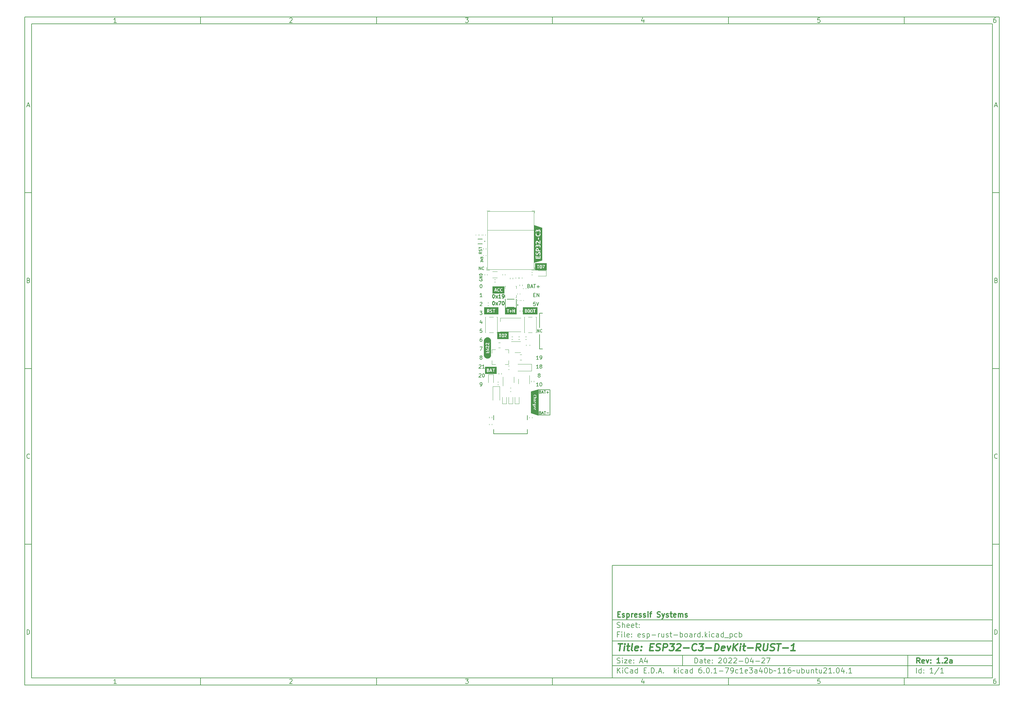
<source format=gbr>
G04 #@! TF.GenerationSoftware,KiCad,Pcbnew,6.0.1-79c1e3a40b~116~ubuntu21.04.1*
G04 #@! TF.CreationDate,2022-06-01T13:50:27+01:00*
G04 #@! TF.ProjectId,esp-rust-board,6573702d-7275-4737-942d-626f6172642e,1.2a*
G04 #@! TF.SameCoordinates,Original*
G04 #@! TF.FileFunction,Legend,Top*
G04 #@! TF.FilePolarity,Positive*
%FSLAX46Y46*%
G04 Gerber Fmt 4.6, Leading zero omitted, Abs format (unit mm)*
G04 Created by KiCad (PCBNEW 6.0.1-79c1e3a40b~116~ubuntu21.04.1) date 2022-06-01 13:50:27*
%MOMM*%
%LPD*%
G01*
G04 APERTURE LIST*
%ADD10C,0.100000*%
%ADD11C,0.150000*%
%ADD12C,0.300000*%
%ADD13C,0.400000*%
%ADD14C,0.200000*%
%ADD15C,0.152400*%
%ADD16C,0.250000*%
%ADD17C,0.120000*%
%ADD18C,0.127000*%
G04 APERTURE END LIST*
D10*
D11*
X177002200Y-166007200D02*
X177002200Y-198007200D01*
X285002200Y-198007200D01*
X285002200Y-166007200D01*
X177002200Y-166007200D01*
D10*
D11*
X10000000Y-10000000D02*
X10000000Y-200007200D01*
X287002200Y-200007200D01*
X287002200Y-10000000D01*
X10000000Y-10000000D01*
D10*
D11*
X12000000Y-12000000D02*
X12000000Y-198007200D01*
X285002200Y-198007200D01*
X285002200Y-12000000D01*
X12000000Y-12000000D01*
D10*
D11*
X60000000Y-12000000D02*
X60000000Y-10000000D01*
D10*
D11*
X110000000Y-12000000D02*
X110000000Y-10000000D01*
D10*
D11*
X160000000Y-12000000D02*
X160000000Y-10000000D01*
D10*
D11*
X210000000Y-12000000D02*
X210000000Y-10000000D01*
D10*
D11*
X260000000Y-12000000D02*
X260000000Y-10000000D01*
D10*
D11*
X36065476Y-11588095D02*
X35322619Y-11588095D01*
X35694047Y-11588095D02*
X35694047Y-10288095D01*
X35570238Y-10473809D01*
X35446428Y-10597619D01*
X35322619Y-10659523D01*
D10*
D11*
X85322619Y-10411904D02*
X85384523Y-10350000D01*
X85508333Y-10288095D01*
X85817857Y-10288095D01*
X85941666Y-10350000D01*
X86003571Y-10411904D01*
X86065476Y-10535714D01*
X86065476Y-10659523D01*
X86003571Y-10845238D01*
X85260714Y-11588095D01*
X86065476Y-11588095D01*
D10*
D11*
X135260714Y-10288095D02*
X136065476Y-10288095D01*
X135632142Y-10783333D01*
X135817857Y-10783333D01*
X135941666Y-10845238D01*
X136003571Y-10907142D01*
X136065476Y-11030952D01*
X136065476Y-11340476D01*
X136003571Y-11464285D01*
X135941666Y-11526190D01*
X135817857Y-11588095D01*
X135446428Y-11588095D01*
X135322619Y-11526190D01*
X135260714Y-11464285D01*
D10*
D11*
X185941666Y-10721428D02*
X185941666Y-11588095D01*
X185632142Y-10226190D02*
X185322619Y-11154761D01*
X186127380Y-11154761D01*
D10*
D11*
X236003571Y-10288095D02*
X235384523Y-10288095D01*
X235322619Y-10907142D01*
X235384523Y-10845238D01*
X235508333Y-10783333D01*
X235817857Y-10783333D01*
X235941666Y-10845238D01*
X236003571Y-10907142D01*
X236065476Y-11030952D01*
X236065476Y-11340476D01*
X236003571Y-11464285D01*
X235941666Y-11526190D01*
X235817857Y-11588095D01*
X235508333Y-11588095D01*
X235384523Y-11526190D01*
X235322619Y-11464285D01*
D10*
D11*
X285941666Y-10288095D02*
X285694047Y-10288095D01*
X285570238Y-10350000D01*
X285508333Y-10411904D01*
X285384523Y-10597619D01*
X285322619Y-10845238D01*
X285322619Y-11340476D01*
X285384523Y-11464285D01*
X285446428Y-11526190D01*
X285570238Y-11588095D01*
X285817857Y-11588095D01*
X285941666Y-11526190D01*
X286003571Y-11464285D01*
X286065476Y-11340476D01*
X286065476Y-11030952D01*
X286003571Y-10907142D01*
X285941666Y-10845238D01*
X285817857Y-10783333D01*
X285570238Y-10783333D01*
X285446428Y-10845238D01*
X285384523Y-10907142D01*
X285322619Y-11030952D01*
D10*
D11*
X60000000Y-198007200D02*
X60000000Y-200007200D01*
D10*
D11*
X110000000Y-198007200D02*
X110000000Y-200007200D01*
D10*
D11*
X160000000Y-198007200D02*
X160000000Y-200007200D01*
D10*
D11*
X210000000Y-198007200D02*
X210000000Y-200007200D01*
D10*
D11*
X260000000Y-198007200D02*
X260000000Y-200007200D01*
D10*
D11*
X36065476Y-199595295D02*
X35322619Y-199595295D01*
X35694047Y-199595295D02*
X35694047Y-198295295D01*
X35570238Y-198481009D01*
X35446428Y-198604819D01*
X35322619Y-198666723D01*
D10*
D11*
X85322619Y-198419104D02*
X85384523Y-198357200D01*
X85508333Y-198295295D01*
X85817857Y-198295295D01*
X85941666Y-198357200D01*
X86003571Y-198419104D01*
X86065476Y-198542914D01*
X86065476Y-198666723D01*
X86003571Y-198852438D01*
X85260714Y-199595295D01*
X86065476Y-199595295D01*
D10*
D11*
X135260714Y-198295295D02*
X136065476Y-198295295D01*
X135632142Y-198790533D01*
X135817857Y-198790533D01*
X135941666Y-198852438D01*
X136003571Y-198914342D01*
X136065476Y-199038152D01*
X136065476Y-199347676D01*
X136003571Y-199471485D01*
X135941666Y-199533390D01*
X135817857Y-199595295D01*
X135446428Y-199595295D01*
X135322619Y-199533390D01*
X135260714Y-199471485D01*
D10*
D11*
X185941666Y-198728628D02*
X185941666Y-199595295D01*
X185632142Y-198233390D02*
X185322619Y-199161961D01*
X186127380Y-199161961D01*
D10*
D11*
X236003571Y-198295295D02*
X235384523Y-198295295D01*
X235322619Y-198914342D01*
X235384523Y-198852438D01*
X235508333Y-198790533D01*
X235817857Y-198790533D01*
X235941666Y-198852438D01*
X236003571Y-198914342D01*
X236065476Y-199038152D01*
X236065476Y-199347676D01*
X236003571Y-199471485D01*
X235941666Y-199533390D01*
X235817857Y-199595295D01*
X235508333Y-199595295D01*
X235384523Y-199533390D01*
X235322619Y-199471485D01*
D10*
D11*
X285941666Y-198295295D02*
X285694047Y-198295295D01*
X285570238Y-198357200D01*
X285508333Y-198419104D01*
X285384523Y-198604819D01*
X285322619Y-198852438D01*
X285322619Y-199347676D01*
X285384523Y-199471485D01*
X285446428Y-199533390D01*
X285570238Y-199595295D01*
X285817857Y-199595295D01*
X285941666Y-199533390D01*
X286003571Y-199471485D01*
X286065476Y-199347676D01*
X286065476Y-199038152D01*
X286003571Y-198914342D01*
X285941666Y-198852438D01*
X285817857Y-198790533D01*
X285570238Y-198790533D01*
X285446428Y-198852438D01*
X285384523Y-198914342D01*
X285322619Y-199038152D01*
D10*
D11*
X10000000Y-60000000D02*
X12000000Y-60000000D01*
D10*
D11*
X10000000Y-110000000D02*
X12000000Y-110000000D01*
D10*
D11*
X10000000Y-160000000D02*
X12000000Y-160000000D01*
D10*
D11*
X10690476Y-35216666D02*
X11309523Y-35216666D01*
X10566666Y-35588095D02*
X11000000Y-34288095D01*
X11433333Y-35588095D01*
D10*
D11*
X11092857Y-84907142D02*
X11278571Y-84969047D01*
X11340476Y-85030952D01*
X11402380Y-85154761D01*
X11402380Y-85340476D01*
X11340476Y-85464285D01*
X11278571Y-85526190D01*
X11154761Y-85588095D01*
X10659523Y-85588095D01*
X10659523Y-84288095D01*
X11092857Y-84288095D01*
X11216666Y-84350000D01*
X11278571Y-84411904D01*
X11340476Y-84535714D01*
X11340476Y-84659523D01*
X11278571Y-84783333D01*
X11216666Y-84845238D01*
X11092857Y-84907142D01*
X10659523Y-84907142D01*
D10*
D11*
X11402380Y-135464285D02*
X11340476Y-135526190D01*
X11154761Y-135588095D01*
X11030952Y-135588095D01*
X10845238Y-135526190D01*
X10721428Y-135402380D01*
X10659523Y-135278571D01*
X10597619Y-135030952D01*
X10597619Y-134845238D01*
X10659523Y-134597619D01*
X10721428Y-134473809D01*
X10845238Y-134350000D01*
X11030952Y-134288095D01*
X11154761Y-134288095D01*
X11340476Y-134350000D01*
X11402380Y-134411904D01*
D10*
D11*
X10659523Y-185588095D02*
X10659523Y-184288095D01*
X10969047Y-184288095D01*
X11154761Y-184350000D01*
X11278571Y-184473809D01*
X11340476Y-184597619D01*
X11402380Y-184845238D01*
X11402380Y-185030952D01*
X11340476Y-185278571D01*
X11278571Y-185402380D01*
X11154761Y-185526190D01*
X10969047Y-185588095D01*
X10659523Y-185588095D01*
D10*
D11*
X287002200Y-60000000D02*
X285002200Y-60000000D01*
D10*
D11*
X287002200Y-110000000D02*
X285002200Y-110000000D01*
D10*
D11*
X287002200Y-160000000D02*
X285002200Y-160000000D01*
D10*
D11*
X285692676Y-35216666D02*
X286311723Y-35216666D01*
X285568866Y-35588095D02*
X286002200Y-34288095D01*
X286435533Y-35588095D01*
D10*
D11*
X286095057Y-84907142D02*
X286280771Y-84969047D01*
X286342676Y-85030952D01*
X286404580Y-85154761D01*
X286404580Y-85340476D01*
X286342676Y-85464285D01*
X286280771Y-85526190D01*
X286156961Y-85588095D01*
X285661723Y-85588095D01*
X285661723Y-84288095D01*
X286095057Y-84288095D01*
X286218866Y-84350000D01*
X286280771Y-84411904D01*
X286342676Y-84535714D01*
X286342676Y-84659523D01*
X286280771Y-84783333D01*
X286218866Y-84845238D01*
X286095057Y-84907142D01*
X285661723Y-84907142D01*
D10*
D11*
X286404580Y-135464285D02*
X286342676Y-135526190D01*
X286156961Y-135588095D01*
X286033152Y-135588095D01*
X285847438Y-135526190D01*
X285723628Y-135402380D01*
X285661723Y-135278571D01*
X285599819Y-135030952D01*
X285599819Y-134845238D01*
X285661723Y-134597619D01*
X285723628Y-134473809D01*
X285847438Y-134350000D01*
X286033152Y-134288095D01*
X286156961Y-134288095D01*
X286342676Y-134350000D01*
X286404580Y-134411904D01*
D10*
D11*
X285661723Y-185588095D02*
X285661723Y-184288095D01*
X285971247Y-184288095D01*
X286156961Y-184350000D01*
X286280771Y-184473809D01*
X286342676Y-184597619D01*
X286404580Y-184845238D01*
X286404580Y-185030952D01*
X286342676Y-185278571D01*
X286280771Y-185402380D01*
X286156961Y-185526190D01*
X285971247Y-185588095D01*
X285661723Y-185588095D01*
D10*
D11*
X200434342Y-193785771D02*
X200434342Y-192285771D01*
X200791485Y-192285771D01*
X201005771Y-192357200D01*
X201148628Y-192500057D01*
X201220057Y-192642914D01*
X201291485Y-192928628D01*
X201291485Y-193142914D01*
X201220057Y-193428628D01*
X201148628Y-193571485D01*
X201005771Y-193714342D01*
X200791485Y-193785771D01*
X200434342Y-193785771D01*
X202577200Y-193785771D02*
X202577200Y-193000057D01*
X202505771Y-192857200D01*
X202362914Y-192785771D01*
X202077200Y-192785771D01*
X201934342Y-192857200D01*
X202577200Y-193714342D02*
X202434342Y-193785771D01*
X202077200Y-193785771D01*
X201934342Y-193714342D01*
X201862914Y-193571485D01*
X201862914Y-193428628D01*
X201934342Y-193285771D01*
X202077200Y-193214342D01*
X202434342Y-193214342D01*
X202577200Y-193142914D01*
X203077200Y-192785771D02*
X203648628Y-192785771D01*
X203291485Y-192285771D02*
X203291485Y-193571485D01*
X203362914Y-193714342D01*
X203505771Y-193785771D01*
X203648628Y-193785771D01*
X204720057Y-193714342D02*
X204577200Y-193785771D01*
X204291485Y-193785771D01*
X204148628Y-193714342D01*
X204077200Y-193571485D01*
X204077200Y-193000057D01*
X204148628Y-192857200D01*
X204291485Y-192785771D01*
X204577200Y-192785771D01*
X204720057Y-192857200D01*
X204791485Y-193000057D01*
X204791485Y-193142914D01*
X204077200Y-193285771D01*
X205434342Y-193642914D02*
X205505771Y-193714342D01*
X205434342Y-193785771D01*
X205362914Y-193714342D01*
X205434342Y-193642914D01*
X205434342Y-193785771D01*
X205434342Y-192857200D02*
X205505771Y-192928628D01*
X205434342Y-193000057D01*
X205362914Y-192928628D01*
X205434342Y-192857200D01*
X205434342Y-193000057D01*
X207220057Y-192428628D02*
X207291485Y-192357200D01*
X207434342Y-192285771D01*
X207791485Y-192285771D01*
X207934342Y-192357200D01*
X208005771Y-192428628D01*
X208077200Y-192571485D01*
X208077200Y-192714342D01*
X208005771Y-192928628D01*
X207148628Y-193785771D01*
X208077200Y-193785771D01*
X209005771Y-192285771D02*
X209148628Y-192285771D01*
X209291485Y-192357200D01*
X209362914Y-192428628D01*
X209434342Y-192571485D01*
X209505771Y-192857200D01*
X209505771Y-193214342D01*
X209434342Y-193500057D01*
X209362914Y-193642914D01*
X209291485Y-193714342D01*
X209148628Y-193785771D01*
X209005771Y-193785771D01*
X208862914Y-193714342D01*
X208791485Y-193642914D01*
X208720057Y-193500057D01*
X208648628Y-193214342D01*
X208648628Y-192857200D01*
X208720057Y-192571485D01*
X208791485Y-192428628D01*
X208862914Y-192357200D01*
X209005771Y-192285771D01*
X210077200Y-192428628D02*
X210148628Y-192357200D01*
X210291485Y-192285771D01*
X210648628Y-192285771D01*
X210791485Y-192357200D01*
X210862914Y-192428628D01*
X210934342Y-192571485D01*
X210934342Y-192714342D01*
X210862914Y-192928628D01*
X210005771Y-193785771D01*
X210934342Y-193785771D01*
X211505771Y-192428628D02*
X211577200Y-192357200D01*
X211720057Y-192285771D01*
X212077200Y-192285771D01*
X212220057Y-192357200D01*
X212291485Y-192428628D01*
X212362914Y-192571485D01*
X212362914Y-192714342D01*
X212291485Y-192928628D01*
X211434342Y-193785771D01*
X212362914Y-193785771D01*
X213005771Y-193214342D02*
X214148628Y-193214342D01*
X215148628Y-192285771D02*
X215291485Y-192285771D01*
X215434342Y-192357200D01*
X215505771Y-192428628D01*
X215577200Y-192571485D01*
X215648628Y-192857200D01*
X215648628Y-193214342D01*
X215577200Y-193500057D01*
X215505771Y-193642914D01*
X215434342Y-193714342D01*
X215291485Y-193785771D01*
X215148628Y-193785771D01*
X215005771Y-193714342D01*
X214934342Y-193642914D01*
X214862914Y-193500057D01*
X214791485Y-193214342D01*
X214791485Y-192857200D01*
X214862914Y-192571485D01*
X214934342Y-192428628D01*
X215005771Y-192357200D01*
X215148628Y-192285771D01*
X216934342Y-192785771D02*
X216934342Y-193785771D01*
X216577200Y-192214342D02*
X216220057Y-193285771D01*
X217148628Y-193285771D01*
X217720057Y-193214342D02*
X218862914Y-193214342D01*
X219505771Y-192428628D02*
X219577200Y-192357200D01*
X219720057Y-192285771D01*
X220077200Y-192285771D01*
X220220057Y-192357200D01*
X220291485Y-192428628D01*
X220362914Y-192571485D01*
X220362914Y-192714342D01*
X220291485Y-192928628D01*
X219434342Y-193785771D01*
X220362914Y-193785771D01*
X220862914Y-192285771D02*
X221862914Y-192285771D01*
X221220057Y-193785771D01*
D10*
D11*
X177002200Y-194507200D02*
X285002200Y-194507200D01*
D10*
D11*
X178434342Y-196585771D02*
X178434342Y-195085771D01*
X179291485Y-196585771D02*
X178648628Y-195728628D01*
X179291485Y-195085771D02*
X178434342Y-195942914D01*
X179934342Y-196585771D02*
X179934342Y-195585771D01*
X179934342Y-195085771D02*
X179862914Y-195157200D01*
X179934342Y-195228628D01*
X180005771Y-195157200D01*
X179934342Y-195085771D01*
X179934342Y-195228628D01*
X181505771Y-196442914D02*
X181434342Y-196514342D01*
X181220057Y-196585771D01*
X181077200Y-196585771D01*
X180862914Y-196514342D01*
X180720057Y-196371485D01*
X180648628Y-196228628D01*
X180577200Y-195942914D01*
X180577200Y-195728628D01*
X180648628Y-195442914D01*
X180720057Y-195300057D01*
X180862914Y-195157200D01*
X181077200Y-195085771D01*
X181220057Y-195085771D01*
X181434342Y-195157200D01*
X181505771Y-195228628D01*
X182791485Y-196585771D02*
X182791485Y-195800057D01*
X182720057Y-195657200D01*
X182577200Y-195585771D01*
X182291485Y-195585771D01*
X182148628Y-195657200D01*
X182791485Y-196514342D02*
X182648628Y-196585771D01*
X182291485Y-196585771D01*
X182148628Y-196514342D01*
X182077200Y-196371485D01*
X182077200Y-196228628D01*
X182148628Y-196085771D01*
X182291485Y-196014342D01*
X182648628Y-196014342D01*
X182791485Y-195942914D01*
X184148628Y-196585771D02*
X184148628Y-195085771D01*
X184148628Y-196514342D02*
X184005771Y-196585771D01*
X183720057Y-196585771D01*
X183577200Y-196514342D01*
X183505771Y-196442914D01*
X183434342Y-196300057D01*
X183434342Y-195871485D01*
X183505771Y-195728628D01*
X183577200Y-195657200D01*
X183720057Y-195585771D01*
X184005771Y-195585771D01*
X184148628Y-195657200D01*
X186005771Y-195800057D02*
X186505771Y-195800057D01*
X186720057Y-196585771D02*
X186005771Y-196585771D01*
X186005771Y-195085771D01*
X186720057Y-195085771D01*
X187362914Y-196442914D02*
X187434342Y-196514342D01*
X187362914Y-196585771D01*
X187291485Y-196514342D01*
X187362914Y-196442914D01*
X187362914Y-196585771D01*
X188077200Y-196585771D02*
X188077200Y-195085771D01*
X188434342Y-195085771D01*
X188648628Y-195157200D01*
X188791485Y-195300057D01*
X188862914Y-195442914D01*
X188934342Y-195728628D01*
X188934342Y-195942914D01*
X188862914Y-196228628D01*
X188791485Y-196371485D01*
X188648628Y-196514342D01*
X188434342Y-196585771D01*
X188077200Y-196585771D01*
X189577200Y-196442914D02*
X189648628Y-196514342D01*
X189577200Y-196585771D01*
X189505771Y-196514342D01*
X189577200Y-196442914D01*
X189577200Y-196585771D01*
X190220057Y-196157200D02*
X190934342Y-196157200D01*
X190077200Y-196585771D02*
X190577200Y-195085771D01*
X191077200Y-196585771D01*
X191577200Y-196442914D02*
X191648628Y-196514342D01*
X191577200Y-196585771D01*
X191505771Y-196514342D01*
X191577200Y-196442914D01*
X191577200Y-196585771D01*
X194577200Y-196585771D02*
X194577200Y-195085771D01*
X194720057Y-196014342D02*
X195148628Y-196585771D01*
X195148628Y-195585771D02*
X194577200Y-196157200D01*
X195791485Y-196585771D02*
X195791485Y-195585771D01*
X195791485Y-195085771D02*
X195720057Y-195157200D01*
X195791485Y-195228628D01*
X195862914Y-195157200D01*
X195791485Y-195085771D01*
X195791485Y-195228628D01*
X197148628Y-196514342D02*
X197005771Y-196585771D01*
X196720057Y-196585771D01*
X196577200Y-196514342D01*
X196505771Y-196442914D01*
X196434342Y-196300057D01*
X196434342Y-195871485D01*
X196505771Y-195728628D01*
X196577200Y-195657200D01*
X196720057Y-195585771D01*
X197005771Y-195585771D01*
X197148628Y-195657200D01*
X198434342Y-196585771D02*
X198434342Y-195800057D01*
X198362914Y-195657200D01*
X198220057Y-195585771D01*
X197934342Y-195585771D01*
X197791485Y-195657200D01*
X198434342Y-196514342D02*
X198291485Y-196585771D01*
X197934342Y-196585771D01*
X197791485Y-196514342D01*
X197720057Y-196371485D01*
X197720057Y-196228628D01*
X197791485Y-196085771D01*
X197934342Y-196014342D01*
X198291485Y-196014342D01*
X198434342Y-195942914D01*
X199791485Y-196585771D02*
X199791485Y-195085771D01*
X199791485Y-196514342D02*
X199648628Y-196585771D01*
X199362914Y-196585771D01*
X199220057Y-196514342D01*
X199148628Y-196442914D01*
X199077200Y-196300057D01*
X199077200Y-195871485D01*
X199148628Y-195728628D01*
X199220057Y-195657200D01*
X199362914Y-195585771D01*
X199648628Y-195585771D01*
X199791485Y-195657200D01*
X202291485Y-195085771D02*
X202005771Y-195085771D01*
X201862914Y-195157200D01*
X201791485Y-195228628D01*
X201648628Y-195442914D01*
X201577200Y-195728628D01*
X201577200Y-196300057D01*
X201648628Y-196442914D01*
X201720057Y-196514342D01*
X201862914Y-196585771D01*
X202148628Y-196585771D01*
X202291485Y-196514342D01*
X202362914Y-196442914D01*
X202434342Y-196300057D01*
X202434342Y-195942914D01*
X202362914Y-195800057D01*
X202291485Y-195728628D01*
X202148628Y-195657200D01*
X201862914Y-195657200D01*
X201720057Y-195728628D01*
X201648628Y-195800057D01*
X201577200Y-195942914D01*
X203077200Y-196442914D02*
X203148628Y-196514342D01*
X203077200Y-196585771D01*
X203005771Y-196514342D01*
X203077200Y-196442914D01*
X203077200Y-196585771D01*
X204077200Y-195085771D02*
X204220057Y-195085771D01*
X204362914Y-195157200D01*
X204434342Y-195228628D01*
X204505771Y-195371485D01*
X204577200Y-195657200D01*
X204577200Y-196014342D01*
X204505771Y-196300057D01*
X204434342Y-196442914D01*
X204362914Y-196514342D01*
X204220057Y-196585771D01*
X204077200Y-196585771D01*
X203934342Y-196514342D01*
X203862914Y-196442914D01*
X203791485Y-196300057D01*
X203720057Y-196014342D01*
X203720057Y-195657200D01*
X203791485Y-195371485D01*
X203862914Y-195228628D01*
X203934342Y-195157200D01*
X204077200Y-195085771D01*
X205220057Y-196442914D02*
X205291485Y-196514342D01*
X205220057Y-196585771D01*
X205148628Y-196514342D01*
X205220057Y-196442914D01*
X205220057Y-196585771D01*
X206720057Y-196585771D02*
X205862914Y-196585771D01*
X206291485Y-196585771D02*
X206291485Y-195085771D01*
X206148628Y-195300057D01*
X206005771Y-195442914D01*
X205862914Y-195514342D01*
X207362914Y-196014342D02*
X208505771Y-196014342D01*
X209077200Y-195085771D02*
X210077200Y-195085771D01*
X209434342Y-196585771D01*
X210720057Y-196585771D02*
X211005771Y-196585771D01*
X211148628Y-196514342D01*
X211220057Y-196442914D01*
X211362914Y-196228628D01*
X211434342Y-195942914D01*
X211434342Y-195371485D01*
X211362914Y-195228628D01*
X211291485Y-195157200D01*
X211148628Y-195085771D01*
X210862914Y-195085771D01*
X210720057Y-195157200D01*
X210648628Y-195228628D01*
X210577200Y-195371485D01*
X210577200Y-195728628D01*
X210648628Y-195871485D01*
X210720057Y-195942914D01*
X210862914Y-196014342D01*
X211148628Y-196014342D01*
X211291485Y-195942914D01*
X211362914Y-195871485D01*
X211434342Y-195728628D01*
X212720057Y-196514342D02*
X212577200Y-196585771D01*
X212291485Y-196585771D01*
X212148628Y-196514342D01*
X212077200Y-196442914D01*
X212005771Y-196300057D01*
X212005771Y-195871485D01*
X212077200Y-195728628D01*
X212148628Y-195657200D01*
X212291485Y-195585771D01*
X212577200Y-195585771D01*
X212720057Y-195657200D01*
X214148628Y-196585771D02*
X213291485Y-196585771D01*
X213720057Y-196585771D02*
X213720057Y-195085771D01*
X213577200Y-195300057D01*
X213434342Y-195442914D01*
X213291485Y-195514342D01*
X215362914Y-196514342D02*
X215220057Y-196585771D01*
X214934342Y-196585771D01*
X214791485Y-196514342D01*
X214720057Y-196371485D01*
X214720057Y-195800057D01*
X214791485Y-195657200D01*
X214934342Y-195585771D01*
X215220057Y-195585771D01*
X215362914Y-195657200D01*
X215434342Y-195800057D01*
X215434342Y-195942914D01*
X214720057Y-196085771D01*
X215934342Y-195085771D02*
X216862914Y-195085771D01*
X216362914Y-195657200D01*
X216577200Y-195657200D01*
X216720057Y-195728628D01*
X216791485Y-195800057D01*
X216862914Y-195942914D01*
X216862914Y-196300057D01*
X216791485Y-196442914D01*
X216720057Y-196514342D01*
X216577200Y-196585771D01*
X216148628Y-196585771D01*
X216005771Y-196514342D01*
X215934342Y-196442914D01*
X218148628Y-196585771D02*
X218148628Y-195800057D01*
X218077200Y-195657200D01*
X217934342Y-195585771D01*
X217648628Y-195585771D01*
X217505771Y-195657200D01*
X218148628Y-196514342D02*
X218005771Y-196585771D01*
X217648628Y-196585771D01*
X217505771Y-196514342D01*
X217434342Y-196371485D01*
X217434342Y-196228628D01*
X217505771Y-196085771D01*
X217648628Y-196014342D01*
X218005771Y-196014342D01*
X218148628Y-195942914D01*
X219505771Y-195585771D02*
X219505771Y-196585771D01*
X219148628Y-195014342D02*
X218791485Y-196085771D01*
X219720057Y-196085771D01*
X220577200Y-195085771D02*
X220720057Y-195085771D01*
X220862914Y-195157200D01*
X220934342Y-195228628D01*
X221005771Y-195371485D01*
X221077200Y-195657200D01*
X221077200Y-196014342D01*
X221005771Y-196300057D01*
X220934342Y-196442914D01*
X220862914Y-196514342D01*
X220720057Y-196585771D01*
X220577200Y-196585771D01*
X220434342Y-196514342D01*
X220362914Y-196442914D01*
X220291485Y-196300057D01*
X220220057Y-196014342D01*
X220220057Y-195657200D01*
X220291485Y-195371485D01*
X220362914Y-195228628D01*
X220434342Y-195157200D01*
X220577200Y-195085771D01*
X221720057Y-196585771D02*
X221720057Y-195085771D01*
X221720057Y-195657200D02*
X221862914Y-195585771D01*
X222148628Y-195585771D01*
X222291485Y-195657200D01*
X222362914Y-195728628D01*
X222434342Y-195871485D01*
X222434342Y-196300057D01*
X222362914Y-196442914D01*
X222291485Y-196514342D01*
X222148628Y-196585771D01*
X221862914Y-196585771D01*
X221720057Y-196514342D01*
X222862914Y-196014342D02*
X222934342Y-195942914D01*
X223077200Y-195871485D01*
X223362914Y-196014342D01*
X223505771Y-195942914D01*
X223577200Y-195871485D01*
X224934342Y-196585771D02*
X224077200Y-196585771D01*
X224505771Y-196585771D02*
X224505771Y-195085771D01*
X224362914Y-195300057D01*
X224220057Y-195442914D01*
X224077200Y-195514342D01*
X226362914Y-196585771D02*
X225505771Y-196585771D01*
X225934342Y-196585771D02*
X225934342Y-195085771D01*
X225791485Y-195300057D01*
X225648628Y-195442914D01*
X225505771Y-195514342D01*
X227648628Y-195085771D02*
X227362914Y-195085771D01*
X227220057Y-195157200D01*
X227148628Y-195228628D01*
X227005771Y-195442914D01*
X226934342Y-195728628D01*
X226934342Y-196300057D01*
X227005771Y-196442914D01*
X227077199Y-196514342D01*
X227220057Y-196585771D01*
X227505771Y-196585771D01*
X227648628Y-196514342D01*
X227720057Y-196442914D01*
X227791485Y-196300057D01*
X227791485Y-195942914D01*
X227720057Y-195800057D01*
X227648628Y-195728628D01*
X227505771Y-195657200D01*
X227220057Y-195657200D01*
X227077199Y-195728628D01*
X227005771Y-195800057D01*
X226934342Y-195942914D01*
X228220057Y-196014342D02*
X228291485Y-195942914D01*
X228434342Y-195871485D01*
X228720057Y-196014342D01*
X228862914Y-195942914D01*
X228934342Y-195871485D01*
X230148628Y-195585771D02*
X230148628Y-196585771D01*
X229505771Y-195585771D02*
X229505771Y-196371485D01*
X229577199Y-196514342D01*
X229720057Y-196585771D01*
X229934342Y-196585771D01*
X230077199Y-196514342D01*
X230148628Y-196442914D01*
X230862914Y-196585771D02*
X230862914Y-195085771D01*
X230862914Y-195657200D02*
X231005771Y-195585771D01*
X231291485Y-195585771D01*
X231434342Y-195657200D01*
X231505771Y-195728628D01*
X231577200Y-195871485D01*
X231577200Y-196300057D01*
X231505771Y-196442914D01*
X231434342Y-196514342D01*
X231291485Y-196585771D01*
X231005771Y-196585771D01*
X230862914Y-196514342D01*
X232862914Y-195585771D02*
X232862914Y-196585771D01*
X232220057Y-195585771D02*
X232220057Y-196371485D01*
X232291485Y-196514342D01*
X232434342Y-196585771D01*
X232648628Y-196585771D01*
X232791485Y-196514342D01*
X232862914Y-196442914D01*
X233577200Y-195585771D02*
X233577200Y-196585771D01*
X233577200Y-195728628D02*
X233648628Y-195657200D01*
X233791485Y-195585771D01*
X234005771Y-195585771D01*
X234148628Y-195657200D01*
X234220057Y-195800057D01*
X234220057Y-196585771D01*
X234720057Y-195585771D02*
X235291485Y-195585771D01*
X234934342Y-195085771D02*
X234934342Y-196371485D01*
X235005771Y-196514342D01*
X235148628Y-196585771D01*
X235291485Y-196585771D01*
X236434342Y-195585771D02*
X236434342Y-196585771D01*
X235791485Y-195585771D02*
X235791485Y-196371485D01*
X235862914Y-196514342D01*
X236005771Y-196585771D01*
X236220057Y-196585771D01*
X236362914Y-196514342D01*
X236434342Y-196442914D01*
X237077200Y-195228628D02*
X237148628Y-195157200D01*
X237291485Y-195085771D01*
X237648628Y-195085771D01*
X237791485Y-195157200D01*
X237862914Y-195228628D01*
X237934342Y-195371485D01*
X237934342Y-195514342D01*
X237862914Y-195728628D01*
X237005771Y-196585771D01*
X237934342Y-196585771D01*
X239362914Y-196585771D02*
X238505771Y-196585771D01*
X238934342Y-196585771D02*
X238934342Y-195085771D01*
X238791485Y-195300057D01*
X238648628Y-195442914D01*
X238505771Y-195514342D01*
X240005771Y-196442914D02*
X240077199Y-196514342D01*
X240005771Y-196585771D01*
X239934342Y-196514342D01*
X240005771Y-196442914D01*
X240005771Y-196585771D01*
X241005771Y-195085771D02*
X241148628Y-195085771D01*
X241291485Y-195157200D01*
X241362914Y-195228628D01*
X241434342Y-195371485D01*
X241505771Y-195657200D01*
X241505771Y-196014342D01*
X241434342Y-196300057D01*
X241362914Y-196442914D01*
X241291485Y-196514342D01*
X241148628Y-196585771D01*
X241005771Y-196585771D01*
X240862914Y-196514342D01*
X240791485Y-196442914D01*
X240720057Y-196300057D01*
X240648628Y-196014342D01*
X240648628Y-195657200D01*
X240720057Y-195371485D01*
X240791485Y-195228628D01*
X240862914Y-195157200D01*
X241005771Y-195085771D01*
X242791485Y-195585771D02*
X242791485Y-196585771D01*
X242434342Y-195014342D02*
X242077199Y-196085771D01*
X243005771Y-196085771D01*
X243577199Y-196442914D02*
X243648628Y-196514342D01*
X243577199Y-196585771D01*
X243505771Y-196514342D01*
X243577199Y-196442914D01*
X243577199Y-196585771D01*
X245077199Y-196585771D02*
X244220057Y-196585771D01*
X244648628Y-196585771D02*
X244648628Y-195085771D01*
X244505771Y-195300057D01*
X244362914Y-195442914D01*
X244220057Y-195514342D01*
D10*
D11*
X177002200Y-191507200D02*
X285002200Y-191507200D01*
D10*
D12*
X264411485Y-193785771D02*
X263911485Y-193071485D01*
X263554342Y-193785771D02*
X263554342Y-192285771D01*
X264125771Y-192285771D01*
X264268628Y-192357200D01*
X264340057Y-192428628D01*
X264411485Y-192571485D01*
X264411485Y-192785771D01*
X264340057Y-192928628D01*
X264268628Y-193000057D01*
X264125771Y-193071485D01*
X263554342Y-193071485D01*
X265625771Y-193714342D02*
X265482914Y-193785771D01*
X265197200Y-193785771D01*
X265054342Y-193714342D01*
X264982914Y-193571485D01*
X264982914Y-193000057D01*
X265054342Y-192857200D01*
X265197200Y-192785771D01*
X265482914Y-192785771D01*
X265625771Y-192857200D01*
X265697200Y-193000057D01*
X265697200Y-193142914D01*
X264982914Y-193285771D01*
X266197200Y-192785771D02*
X266554342Y-193785771D01*
X266911485Y-192785771D01*
X267482914Y-193642914D02*
X267554342Y-193714342D01*
X267482914Y-193785771D01*
X267411485Y-193714342D01*
X267482914Y-193642914D01*
X267482914Y-193785771D01*
X267482914Y-192857200D02*
X267554342Y-192928628D01*
X267482914Y-193000057D01*
X267411485Y-192928628D01*
X267482914Y-192857200D01*
X267482914Y-193000057D01*
X270125771Y-193785771D02*
X269268628Y-193785771D01*
X269697200Y-193785771D02*
X269697200Y-192285771D01*
X269554342Y-192500057D01*
X269411485Y-192642914D01*
X269268628Y-192714342D01*
X270768628Y-193642914D02*
X270840057Y-193714342D01*
X270768628Y-193785771D01*
X270697200Y-193714342D01*
X270768628Y-193642914D01*
X270768628Y-193785771D01*
X271411485Y-192428628D02*
X271482914Y-192357200D01*
X271625771Y-192285771D01*
X271982914Y-192285771D01*
X272125771Y-192357200D01*
X272197200Y-192428628D01*
X272268628Y-192571485D01*
X272268628Y-192714342D01*
X272197200Y-192928628D01*
X271340057Y-193785771D01*
X272268628Y-193785771D01*
X273554342Y-193785771D02*
X273554342Y-193000057D01*
X273482914Y-192857200D01*
X273340057Y-192785771D01*
X273054342Y-192785771D01*
X272911485Y-192857200D01*
X273554342Y-193714342D02*
X273411485Y-193785771D01*
X273054342Y-193785771D01*
X272911485Y-193714342D01*
X272840057Y-193571485D01*
X272840057Y-193428628D01*
X272911485Y-193285771D01*
X273054342Y-193214342D01*
X273411485Y-193214342D01*
X273554342Y-193142914D01*
D10*
D11*
X178362914Y-193714342D02*
X178577200Y-193785771D01*
X178934342Y-193785771D01*
X179077200Y-193714342D01*
X179148628Y-193642914D01*
X179220057Y-193500057D01*
X179220057Y-193357200D01*
X179148628Y-193214342D01*
X179077200Y-193142914D01*
X178934342Y-193071485D01*
X178648628Y-193000057D01*
X178505771Y-192928628D01*
X178434342Y-192857200D01*
X178362914Y-192714342D01*
X178362914Y-192571485D01*
X178434342Y-192428628D01*
X178505771Y-192357200D01*
X178648628Y-192285771D01*
X179005771Y-192285771D01*
X179220057Y-192357200D01*
X179862914Y-193785771D02*
X179862914Y-192785771D01*
X179862914Y-192285771D02*
X179791485Y-192357200D01*
X179862914Y-192428628D01*
X179934342Y-192357200D01*
X179862914Y-192285771D01*
X179862914Y-192428628D01*
X180434342Y-192785771D02*
X181220057Y-192785771D01*
X180434342Y-193785771D01*
X181220057Y-193785771D01*
X182362914Y-193714342D02*
X182220057Y-193785771D01*
X181934342Y-193785771D01*
X181791485Y-193714342D01*
X181720057Y-193571485D01*
X181720057Y-193000057D01*
X181791485Y-192857200D01*
X181934342Y-192785771D01*
X182220057Y-192785771D01*
X182362914Y-192857200D01*
X182434342Y-193000057D01*
X182434342Y-193142914D01*
X181720057Y-193285771D01*
X183077200Y-193642914D02*
X183148628Y-193714342D01*
X183077200Y-193785771D01*
X183005771Y-193714342D01*
X183077200Y-193642914D01*
X183077200Y-193785771D01*
X183077200Y-192857200D02*
X183148628Y-192928628D01*
X183077200Y-193000057D01*
X183005771Y-192928628D01*
X183077200Y-192857200D01*
X183077200Y-193000057D01*
X184862914Y-193357200D02*
X185577200Y-193357200D01*
X184720057Y-193785771D02*
X185220057Y-192285771D01*
X185720057Y-193785771D01*
X186862914Y-192785771D02*
X186862914Y-193785771D01*
X186505771Y-192214342D02*
X186148628Y-193285771D01*
X187077200Y-193285771D01*
D10*
D11*
X263434342Y-196585771D02*
X263434342Y-195085771D01*
X264791485Y-196585771D02*
X264791485Y-195085771D01*
X264791485Y-196514342D02*
X264648628Y-196585771D01*
X264362914Y-196585771D01*
X264220057Y-196514342D01*
X264148628Y-196442914D01*
X264077200Y-196300057D01*
X264077200Y-195871485D01*
X264148628Y-195728628D01*
X264220057Y-195657200D01*
X264362914Y-195585771D01*
X264648628Y-195585771D01*
X264791485Y-195657200D01*
X265505771Y-196442914D02*
X265577200Y-196514342D01*
X265505771Y-196585771D01*
X265434342Y-196514342D01*
X265505771Y-196442914D01*
X265505771Y-196585771D01*
X265505771Y-195657200D02*
X265577200Y-195728628D01*
X265505771Y-195800057D01*
X265434342Y-195728628D01*
X265505771Y-195657200D01*
X265505771Y-195800057D01*
X268148628Y-196585771D02*
X267291485Y-196585771D01*
X267720057Y-196585771D02*
X267720057Y-195085771D01*
X267577200Y-195300057D01*
X267434342Y-195442914D01*
X267291485Y-195514342D01*
X269862914Y-195014342D02*
X268577200Y-196942914D01*
X271148628Y-196585771D02*
X270291485Y-196585771D01*
X270720057Y-196585771D02*
X270720057Y-195085771D01*
X270577200Y-195300057D01*
X270434342Y-195442914D01*
X270291485Y-195514342D01*
D10*
D11*
X177002200Y-187507200D02*
X285002200Y-187507200D01*
D10*
D13*
X178714580Y-188211961D02*
X179857438Y-188211961D01*
X179036009Y-190211961D02*
X179286009Y-188211961D01*
X180274104Y-190211961D02*
X180440771Y-188878628D01*
X180524104Y-188211961D02*
X180416961Y-188307200D01*
X180500295Y-188402438D01*
X180607438Y-188307200D01*
X180524104Y-188211961D01*
X180500295Y-188402438D01*
X181107438Y-188878628D02*
X181869342Y-188878628D01*
X181476485Y-188211961D02*
X181262200Y-189926247D01*
X181333628Y-190116723D01*
X181512200Y-190211961D01*
X181702676Y-190211961D01*
X182655057Y-190211961D02*
X182476485Y-190116723D01*
X182405057Y-189926247D01*
X182619342Y-188211961D01*
X184190771Y-190116723D02*
X183988390Y-190211961D01*
X183607438Y-190211961D01*
X183428866Y-190116723D01*
X183357438Y-189926247D01*
X183452676Y-189164342D01*
X183571723Y-188973866D01*
X183774104Y-188878628D01*
X184155057Y-188878628D01*
X184333628Y-188973866D01*
X184405057Y-189164342D01*
X184381247Y-189354819D01*
X183405057Y-189545295D01*
X185155057Y-190021485D02*
X185238390Y-190116723D01*
X185131247Y-190211961D01*
X185047914Y-190116723D01*
X185155057Y-190021485D01*
X185131247Y-190211961D01*
X185286009Y-188973866D02*
X185369342Y-189069104D01*
X185262200Y-189164342D01*
X185178866Y-189069104D01*
X185286009Y-188973866D01*
X185262200Y-189164342D01*
X187738390Y-189164342D02*
X188405057Y-189164342D01*
X188559819Y-190211961D02*
X187607438Y-190211961D01*
X187857438Y-188211961D01*
X188809819Y-188211961D01*
X189333628Y-190116723D02*
X189607438Y-190211961D01*
X190083628Y-190211961D01*
X190286009Y-190116723D01*
X190393152Y-190021485D01*
X190512200Y-189831009D01*
X190536009Y-189640533D01*
X190464580Y-189450057D01*
X190381247Y-189354819D01*
X190202676Y-189259580D01*
X189833628Y-189164342D01*
X189655057Y-189069104D01*
X189571723Y-188973866D01*
X189500295Y-188783390D01*
X189524104Y-188592914D01*
X189643152Y-188402438D01*
X189750295Y-188307200D01*
X189952676Y-188211961D01*
X190428866Y-188211961D01*
X190702676Y-188307200D01*
X191321723Y-190211961D02*
X191571723Y-188211961D01*
X192333628Y-188211961D01*
X192512200Y-188307200D01*
X192595533Y-188402438D01*
X192666961Y-188592914D01*
X192631247Y-188878628D01*
X192512200Y-189069104D01*
X192405057Y-189164342D01*
X192202676Y-189259580D01*
X191440771Y-189259580D01*
X193381247Y-188211961D02*
X194619342Y-188211961D01*
X193857438Y-188973866D01*
X194143152Y-188973866D01*
X194321723Y-189069104D01*
X194405057Y-189164342D01*
X194476485Y-189354819D01*
X194416961Y-189831009D01*
X194297914Y-190021485D01*
X194190771Y-190116723D01*
X193988390Y-190211961D01*
X193416961Y-190211961D01*
X193238390Y-190116723D01*
X193155057Y-190021485D01*
X195357438Y-188402438D02*
X195464580Y-188307200D01*
X195666961Y-188211961D01*
X196143152Y-188211961D01*
X196321723Y-188307200D01*
X196405057Y-188402438D01*
X196476485Y-188592914D01*
X196452676Y-188783390D01*
X196321723Y-189069104D01*
X195036009Y-190211961D01*
X196274104Y-190211961D01*
X197226485Y-189450057D02*
X198750295Y-189450057D01*
X200774104Y-190021485D02*
X200666961Y-190116723D01*
X200369342Y-190211961D01*
X200178866Y-190211961D01*
X199905057Y-190116723D01*
X199738390Y-189926247D01*
X199666961Y-189735771D01*
X199619342Y-189354819D01*
X199655057Y-189069104D01*
X199797914Y-188688152D01*
X199916961Y-188497676D01*
X200131247Y-188307200D01*
X200428866Y-188211961D01*
X200619342Y-188211961D01*
X200893152Y-188307200D01*
X200976485Y-188402438D01*
X201666961Y-188211961D02*
X202905057Y-188211961D01*
X202143152Y-188973866D01*
X202428866Y-188973866D01*
X202607438Y-189069104D01*
X202690771Y-189164342D01*
X202762200Y-189354819D01*
X202702676Y-189831009D01*
X202583628Y-190021485D01*
X202476485Y-190116723D01*
X202274104Y-190211961D01*
X201702676Y-190211961D01*
X201524104Y-190116723D01*
X201440771Y-190021485D01*
X203607438Y-189450057D02*
X205131247Y-189450057D01*
X205988390Y-190211961D02*
X206238390Y-188211961D01*
X206714580Y-188211961D01*
X206988390Y-188307200D01*
X207155057Y-188497676D01*
X207226485Y-188688152D01*
X207274104Y-189069104D01*
X207238390Y-189354819D01*
X207095533Y-189735771D01*
X206976485Y-189926247D01*
X206762200Y-190116723D01*
X206464580Y-190211961D01*
X205988390Y-190211961D01*
X208762200Y-190116723D02*
X208559819Y-190211961D01*
X208178866Y-190211961D01*
X208000295Y-190116723D01*
X207928866Y-189926247D01*
X208024104Y-189164342D01*
X208143152Y-188973866D01*
X208345533Y-188878628D01*
X208726485Y-188878628D01*
X208905057Y-188973866D01*
X208976485Y-189164342D01*
X208952676Y-189354819D01*
X207976485Y-189545295D01*
X209678866Y-188878628D02*
X209988390Y-190211961D01*
X210631247Y-188878628D01*
X211226485Y-190211961D02*
X211476485Y-188211961D01*
X212369342Y-190211961D02*
X211655057Y-189069104D01*
X212619342Y-188211961D02*
X211333628Y-189354819D01*
X213226485Y-190211961D02*
X213393152Y-188878628D01*
X213476485Y-188211961D02*
X213369342Y-188307200D01*
X213452676Y-188402438D01*
X213559819Y-188307200D01*
X213476485Y-188211961D01*
X213452676Y-188402438D01*
X214059819Y-188878628D02*
X214821723Y-188878628D01*
X214428866Y-188211961D02*
X214214580Y-189926247D01*
X214286009Y-190116723D01*
X214464580Y-190211961D01*
X214655057Y-190211961D01*
X215416961Y-189450057D02*
X216940771Y-189450057D01*
X218940771Y-190211961D02*
X218393152Y-189259580D01*
X217797914Y-190211961D02*
X218047914Y-188211961D01*
X218809819Y-188211961D01*
X218988390Y-188307200D01*
X219071723Y-188402438D01*
X219143152Y-188592914D01*
X219107438Y-188878628D01*
X218988390Y-189069104D01*
X218881247Y-189164342D01*
X218678866Y-189259580D01*
X217916961Y-189259580D01*
X220047914Y-188211961D02*
X219845533Y-189831009D01*
X219916961Y-190021485D01*
X220000295Y-190116723D01*
X220178866Y-190211961D01*
X220559819Y-190211961D01*
X220762200Y-190116723D01*
X220869342Y-190021485D01*
X220988390Y-189831009D01*
X221190771Y-188211961D01*
X221809819Y-190116723D02*
X222083628Y-190211961D01*
X222559819Y-190211961D01*
X222762200Y-190116723D01*
X222869342Y-190021485D01*
X222988390Y-189831009D01*
X223012200Y-189640533D01*
X222940771Y-189450057D01*
X222857438Y-189354819D01*
X222678866Y-189259580D01*
X222309819Y-189164342D01*
X222131247Y-189069104D01*
X222047914Y-188973866D01*
X221976485Y-188783390D01*
X222000295Y-188592914D01*
X222119342Y-188402438D01*
X222226485Y-188307200D01*
X222428866Y-188211961D01*
X222905057Y-188211961D01*
X223178866Y-188307200D01*
X223762200Y-188211961D02*
X224905057Y-188211961D01*
X224083628Y-190211961D02*
X224333628Y-188211961D01*
X225416961Y-189450057D02*
X226940771Y-189450057D01*
X228845533Y-190211961D02*
X227702676Y-190211961D01*
X228274104Y-190211961D02*
X228524104Y-188211961D01*
X228297914Y-188497676D01*
X228083628Y-188688152D01*
X227881247Y-188783390D01*
D10*
D11*
X178934342Y-185600057D02*
X178434342Y-185600057D01*
X178434342Y-186385771D02*
X178434342Y-184885771D01*
X179148628Y-184885771D01*
X179720057Y-186385771D02*
X179720057Y-185385771D01*
X179720057Y-184885771D02*
X179648628Y-184957200D01*
X179720057Y-185028628D01*
X179791485Y-184957200D01*
X179720057Y-184885771D01*
X179720057Y-185028628D01*
X180648628Y-186385771D02*
X180505771Y-186314342D01*
X180434342Y-186171485D01*
X180434342Y-184885771D01*
X181791485Y-186314342D02*
X181648628Y-186385771D01*
X181362914Y-186385771D01*
X181220057Y-186314342D01*
X181148628Y-186171485D01*
X181148628Y-185600057D01*
X181220057Y-185457200D01*
X181362914Y-185385771D01*
X181648628Y-185385771D01*
X181791485Y-185457200D01*
X181862914Y-185600057D01*
X181862914Y-185742914D01*
X181148628Y-185885771D01*
X182505771Y-186242914D02*
X182577200Y-186314342D01*
X182505771Y-186385771D01*
X182434342Y-186314342D01*
X182505771Y-186242914D01*
X182505771Y-186385771D01*
X182505771Y-185457200D02*
X182577200Y-185528628D01*
X182505771Y-185600057D01*
X182434342Y-185528628D01*
X182505771Y-185457200D01*
X182505771Y-185600057D01*
X184934342Y-186314342D02*
X184791485Y-186385771D01*
X184505771Y-186385771D01*
X184362914Y-186314342D01*
X184291485Y-186171485D01*
X184291485Y-185600057D01*
X184362914Y-185457200D01*
X184505771Y-185385771D01*
X184791485Y-185385771D01*
X184934342Y-185457200D01*
X185005771Y-185600057D01*
X185005771Y-185742914D01*
X184291485Y-185885771D01*
X185577200Y-186314342D02*
X185720057Y-186385771D01*
X186005771Y-186385771D01*
X186148628Y-186314342D01*
X186220057Y-186171485D01*
X186220057Y-186100057D01*
X186148628Y-185957200D01*
X186005771Y-185885771D01*
X185791485Y-185885771D01*
X185648628Y-185814342D01*
X185577200Y-185671485D01*
X185577200Y-185600057D01*
X185648628Y-185457200D01*
X185791485Y-185385771D01*
X186005771Y-185385771D01*
X186148628Y-185457200D01*
X186862914Y-185385771D02*
X186862914Y-186885771D01*
X186862914Y-185457200D02*
X187005771Y-185385771D01*
X187291485Y-185385771D01*
X187434342Y-185457200D01*
X187505771Y-185528628D01*
X187577200Y-185671485D01*
X187577200Y-186100057D01*
X187505771Y-186242914D01*
X187434342Y-186314342D01*
X187291485Y-186385771D01*
X187005771Y-186385771D01*
X186862914Y-186314342D01*
X188220057Y-185814342D02*
X189362914Y-185814342D01*
X190077200Y-186385771D02*
X190077200Y-185385771D01*
X190077200Y-185671485D02*
X190148628Y-185528628D01*
X190220057Y-185457200D01*
X190362914Y-185385771D01*
X190505771Y-185385771D01*
X191648628Y-185385771D02*
X191648628Y-186385771D01*
X191005771Y-185385771D02*
X191005771Y-186171485D01*
X191077200Y-186314342D01*
X191220057Y-186385771D01*
X191434342Y-186385771D01*
X191577200Y-186314342D01*
X191648628Y-186242914D01*
X192291485Y-186314342D02*
X192434342Y-186385771D01*
X192720057Y-186385771D01*
X192862914Y-186314342D01*
X192934342Y-186171485D01*
X192934342Y-186100057D01*
X192862914Y-185957200D01*
X192720057Y-185885771D01*
X192505771Y-185885771D01*
X192362914Y-185814342D01*
X192291485Y-185671485D01*
X192291485Y-185600057D01*
X192362914Y-185457200D01*
X192505771Y-185385771D01*
X192720057Y-185385771D01*
X192862914Y-185457200D01*
X193362914Y-185385771D02*
X193934342Y-185385771D01*
X193577200Y-184885771D02*
X193577200Y-186171485D01*
X193648628Y-186314342D01*
X193791485Y-186385771D01*
X193934342Y-186385771D01*
X194434342Y-185814342D02*
X195577200Y-185814342D01*
X196291485Y-186385771D02*
X196291485Y-184885771D01*
X196291485Y-185457200D02*
X196434342Y-185385771D01*
X196720057Y-185385771D01*
X196862914Y-185457200D01*
X196934342Y-185528628D01*
X197005771Y-185671485D01*
X197005771Y-186100057D01*
X196934342Y-186242914D01*
X196862914Y-186314342D01*
X196720057Y-186385771D01*
X196434342Y-186385771D01*
X196291485Y-186314342D01*
X197862914Y-186385771D02*
X197720057Y-186314342D01*
X197648628Y-186242914D01*
X197577200Y-186100057D01*
X197577200Y-185671485D01*
X197648628Y-185528628D01*
X197720057Y-185457200D01*
X197862914Y-185385771D01*
X198077200Y-185385771D01*
X198220057Y-185457200D01*
X198291485Y-185528628D01*
X198362914Y-185671485D01*
X198362914Y-186100057D01*
X198291485Y-186242914D01*
X198220057Y-186314342D01*
X198077200Y-186385771D01*
X197862914Y-186385771D01*
X199648628Y-186385771D02*
X199648628Y-185600057D01*
X199577200Y-185457200D01*
X199434342Y-185385771D01*
X199148628Y-185385771D01*
X199005771Y-185457200D01*
X199648628Y-186314342D02*
X199505771Y-186385771D01*
X199148628Y-186385771D01*
X199005771Y-186314342D01*
X198934342Y-186171485D01*
X198934342Y-186028628D01*
X199005771Y-185885771D01*
X199148628Y-185814342D01*
X199505771Y-185814342D01*
X199648628Y-185742914D01*
X200362914Y-186385771D02*
X200362914Y-185385771D01*
X200362914Y-185671485D02*
X200434342Y-185528628D01*
X200505771Y-185457200D01*
X200648628Y-185385771D01*
X200791485Y-185385771D01*
X201934342Y-186385771D02*
X201934342Y-184885771D01*
X201934342Y-186314342D02*
X201791485Y-186385771D01*
X201505771Y-186385771D01*
X201362914Y-186314342D01*
X201291485Y-186242914D01*
X201220057Y-186100057D01*
X201220057Y-185671485D01*
X201291485Y-185528628D01*
X201362914Y-185457200D01*
X201505771Y-185385771D01*
X201791485Y-185385771D01*
X201934342Y-185457200D01*
X202648628Y-186242914D02*
X202720057Y-186314342D01*
X202648628Y-186385771D01*
X202577200Y-186314342D01*
X202648628Y-186242914D01*
X202648628Y-186385771D01*
X203362914Y-186385771D02*
X203362914Y-184885771D01*
X203505771Y-185814342D02*
X203934342Y-186385771D01*
X203934342Y-185385771D02*
X203362914Y-185957200D01*
X204577200Y-186385771D02*
X204577200Y-185385771D01*
X204577200Y-184885771D02*
X204505771Y-184957200D01*
X204577200Y-185028628D01*
X204648628Y-184957200D01*
X204577200Y-184885771D01*
X204577200Y-185028628D01*
X205934342Y-186314342D02*
X205791485Y-186385771D01*
X205505771Y-186385771D01*
X205362914Y-186314342D01*
X205291485Y-186242914D01*
X205220057Y-186100057D01*
X205220057Y-185671485D01*
X205291485Y-185528628D01*
X205362914Y-185457200D01*
X205505771Y-185385771D01*
X205791485Y-185385771D01*
X205934342Y-185457200D01*
X207220057Y-186385771D02*
X207220057Y-185600057D01*
X207148628Y-185457200D01*
X207005771Y-185385771D01*
X206720057Y-185385771D01*
X206577200Y-185457200D01*
X207220057Y-186314342D02*
X207077200Y-186385771D01*
X206720057Y-186385771D01*
X206577200Y-186314342D01*
X206505771Y-186171485D01*
X206505771Y-186028628D01*
X206577200Y-185885771D01*
X206720057Y-185814342D01*
X207077200Y-185814342D01*
X207220057Y-185742914D01*
X208577200Y-186385771D02*
X208577200Y-184885771D01*
X208577200Y-186314342D02*
X208434342Y-186385771D01*
X208148628Y-186385771D01*
X208005771Y-186314342D01*
X207934342Y-186242914D01*
X207862914Y-186100057D01*
X207862914Y-185671485D01*
X207934342Y-185528628D01*
X208005771Y-185457200D01*
X208148628Y-185385771D01*
X208434342Y-185385771D01*
X208577200Y-185457200D01*
X208934342Y-186528628D02*
X210077200Y-186528628D01*
X210434342Y-185385771D02*
X210434342Y-186885771D01*
X210434342Y-185457200D02*
X210577200Y-185385771D01*
X210862914Y-185385771D01*
X211005771Y-185457200D01*
X211077200Y-185528628D01*
X211148628Y-185671485D01*
X211148628Y-186100057D01*
X211077200Y-186242914D01*
X211005771Y-186314342D01*
X210862914Y-186385771D01*
X210577200Y-186385771D01*
X210434342Y-186314342D01*
X212434342Y-186314342D02*
X212291485Y-186385771D01*
X212005771Y-186385771D01*
X211862914Y-186314342D01*
X211791485Y-186242914D01*
X211720057Y-186100057D01*
X211720057Y-185671485D01*
X211791485Y-185528628D01*
X211862914Y-185457200D01*
X212005771Y-185385771D01*
X212291485Y-185385771D01*
X212434342Y-185457200D01*
X213077200Y-186385771D02*
X213077200Y-184885771D01*
X213077200Y-185457200D02*
X213220057Y-185385771D01*
X213505771Y-185385771D01*
X213648628Y-185457200D01*
X213720057Y-185528628D01*
X213791485Y-185671485D01*
X213791485Y-186100057D01*
X213720057Y-186242914D01*
X213648628Y-186314342D01*
X213505771Y-186385771D01*
X213220057Y-186385771D01*
X213077200Y-186314342D01*
D10*
D11*
X177002200Y-181507200D02*
X285002200Y-181507200D01*
D10*
D11*
X178362914Y-183614342D02*
X178577200Y-183685771D01*
X178934342Y-183685771D01*
X179077200Y-183614342D01*
X179148628Y-183542914D01*
X179220057Y-183400057D01*
X179220057Y-183257200D01*
X179148628Y-183114342D01*
X179077200Y-183042914D01*
X178934342Y-182971485D01*
X178648628Y-182900057D01*
X178505771Y-182828628D01*
X178434342Y-182757200D01*
X178362914Y-182614342D01*
X178362914Y-182471485D01*
X178434342Y-182328628D01*
X178505771Y-182257200D01*
X178648628Y-182185771D01*
X179005771Y-182185771D01*
X179220057Y-182257200D01*
X179862914Y-183685771D02*
X179862914Y-182185771D01*
X180505771Y-183685771D02*
X180505771Y-182900057D01*
X180434342Y-182757200D01*
X180291485Y-182685771D01*
X180077200Y-182685771D01*
X179934342Y-182757200D01*
X179862914Y-182828628D01*
X181791485Y-183614342D02*
X181648628Y-183685771D01*
X181362914Y-183685771D01*
X181220057Y-183614342D01*
X181148628Y-183471485D01*
X181148628Y-182900057D01*
X181220057Y-182757200D01*
X181362914Y-182685771D01*
X181648628Y-182685771D01*
X181791485Y-182757200D01*
X181862914Y-182900057D01*
X181862914Y-183042914D01*
X181148628Y-183185771D01*
X183077200Y-183614342D02*
X182934342Y-183685771D01*
X182648628Y-183685771D01*
X182505771Y-183614342D01*
X182434342Y-183471485D01*
X182434342Y-182900057D01*
X182505771Y-182757200D01*
X182648628Y-182685771D01*
X182934342Y-182685771D01*
X183077200Y-182757200D01*
X183148628Y-182900057D01*
X183148628Y-183042914D01*
X182434342Y-183185771D01*
X183577200Y-182685771D02*
X184148628Y-182685771D01*
X183791485Y-182185771D02*
X183791485Y-183471485D01*
X183862914Y-183614342D01*
X184005771Y-183685771D01*
X184148628Y-183685771D01*
X184648628Y-183542914D02*
X184720057Y-183614342D01*
X184648628Y-183685771D01*
X184577200Y-183614342D01*
X184648628Y-183542914D01*
X184648628Y-183685771D01*
X184648628Y-182757200D02*
X184720057Y-182828628D01*
X184648628Y-182900057D01*
X184577200Y-182828628D01*
X184648628Y-182757200D01*
X184648628Y-182900057D01*
D10*
D12*
X178554342Y-179900057D02*
X179054342Y-179900057D01*
X179268628Y-180685771D02*
X178554342Y-180685771D01*
X178554342Y-179185771D01*
X179268628Y-179185771D01*
X179840057Y-180614342D02*
X179982914Y-180685771D01*
X180268628Y-180685771D01*
X180411485Y-180614342D01*
X180482914Y-180471485D01*
X180482914Y-180400057D01*
X180411485Y-180257200D01*
X180268628Y-180185771D01*
X180054342Y-180185771D01*
X179911485Y-180114342D01*
X179840057Y-179971485D01*
X179840057Y-179900057D01*
X179911485Y-179757200D01*
X180054342Y-179685771D01*
X180268628Y-179685771D01*
X180411485Y-179757200D01*
X181125771Y-179685771D02*
X181125771Y-181185771D01*
X181125771Y-179757200D02*
X181268628Y-179685771D01*
X181554342Y-179685771D01*
X181697200Y-179757200D01*
X181768628Y-179828628D01*
X181840057Y-179971485D01*
X181840057Y-180400057D01*
X181768628Y-180542914D01*
X181697200Y-180614342D01*
X181554342Y-180685771D01*
X181268628Y-180685771D01*
X181125771Y-180614342D01*
X182482914Y-180685771D02*
X182482914Y-179685771D01*
X182482914Y-179971485D02*
X182554342Y-179828628D01*
X182625771Y-179757200D01*
X182768628Y-179685771D01*
X182911485Y-179685771D01*
X183982914Y-180614342D02*
X183840057Y-180685771D01*
X183554342Y-180685771D01*
X183411485Y-180614342D01*
X183340057Y-180471485D01*
X183340057Y-179900057D01*
X183411485Y-179757200D01*
X183554342Y-179685771D01*
X183840057Y-179685771D01*
X183982914Y-179757200D01*
X184054342Y-179900057D01*
X184054342Y-180042914D01*
X183340057Y-180185771D01*
X184625771Y-180614342D02*
X184768628Y-180685771D01*
X185054342Y-180685771D01*
X185197200Y-180614342D01*
X185268628Y-180471485D01*
X185268628Y-180400057D01*
X185197200Y-180257200D01*
X185054342Y-180185771D01*
X184840057Y-180185771D01*
X184697200Y-180114342D01*
X184625771Y-179971485D01*
X184625771Y-179900057D01*
X184697200Y-179757200D01*
X184840057Y-179685771D01*
X185054342Y-179685771D01*
X185197200Y-179757200D01*
X185840057Y-180614342D02*
X185982914Y-180685771D01*
X186268628Y-180685771D01*
X186411485Y-180614342D01*
X186482914Y-180471485D01*
X186482914Y-180400057D01*
X186411485Y-180257200D01*
X186268628Y-180185771D01*
X186054342Y-180185771D01*
X185911485Y-180114342D01*
X185840057Y-179971485D01*
X185840057Y-179900057D01*
X185911485Y-179757200D01*
X186054342Y-179685771D01*
X186268628Y-179685771D01*
X186411485Y-179757200D01*
X187125771Y-180685771D02*
X187125771Y-179685771D01*
X187125771Y-179185771D02*
X187054342Y-179257200D01*
X187125771Y-179328628D01*
X187197200Y-179257200D01*
X187125771Y-179185771D01*
X187125771Y-179328628D01*
X187625771Y-179685771D02*
X188197200Y-179685771D01*
X187840057Y-180685771D02*
X187840057Y-179400057D01*
X187911485Y-179257200D01*
X188054342Y-179185771D01*
X188197200Y-179185771D01*
X189768628Y-180614342D02*
X189982914Y-180685771D01*
X190340057Y-180685771D01*
X190482914Y-180614342D01*
X190554342Y-180542914D01*
X190625771Y-180400057D01*
X190625771Y-180257200D01*
X190554342Y-180114342D01*
X190482914Y-180042914D01*
X190340057Y-179971485D01*
X190054342Y-179900057D01*
X189911485Y-179828628D01*
X189840057Y-179757200D01*
X189768628Y-179614342D01*
X189768628Y-179471485D01*
X189840057Y-179328628D01*
X189911485Y-179257200D01*
X190054342Y-179185771D01*
X190411485Y-179185771D01*
X190625771Y-179257200D01*
X191125771Y-179685771D02*
X191482914Y-180685771D01*
X191840057Y-179685771D02*
X191482914Y-180685771D01*
X191340057Y-181042914D01*
X191268628Y-181114342D01*
X191125771Y-181185771D01*
X192340057Y-180614342D02*
X192482914Y-180685771D01*
X192768628Y-180685771D01*
X192911485Y-180614342D01*
X192982914Y-180471485D01*
X192982914Y-180400057D01*
X192911485Y-180257200D01*
X192768628Y-180185771D01*
X192554342Y-180185771D01*
X192411485Y-180114342D01*
X192340057Y-179971485D01*
X192340057Y-179900057D01*
X192411485Y-179757200D01*
X192554342Y-179685771D01*
X192768628Y-179685771D01*
X192911485Y-179757200D01*
X193411485Y-179685771D02*
X193982914Y-179685771D01*
X193625771Y-179185771D02*
X193625771Y-180471485D01*
X193697200Y-180614342D01*
X193840057Y-180685771D01*
X193982914Y-180685771D01*
X195054342Y-180614342D02*
X194911485Y-180685771D01*
X194625771Y-180685771D01*
X194482914Y-180614342D01*
X194411485Y-180471485D01*
X194411485Y-179900057D01*
X194482914Y-179757200D01*
X194625771Y-179685771D01*
X194911485Y-179685771D01*
X195054342Y-179757200D01*
X195125771Y-179900057D01*
X195125771Y-180042914D01*
X194411485Y-180185771D01*
X195768628Y-180685771D02*
X195768628Y-179685771D01*
X195768628Y-179828628D02*
X195840057Y-179757200D01*
X195982914Y-179685771D01*
X196197200Y-179685771D01*
X196340057Y-179757200D01*
X196411485Y-179900057D01*
X196411485Y-180685771D01*
X196411485Y-179900057D02*
X196482914Y-179757200D01*
X196625771Y-179685771D01*
X196840057Y-179685771D01*
X196982914Y-179757200D01*
X197054342Y-179900057D01*
X197054342Y-180685771D01*
X197697200Y-180614342D02*
X197840057Y-180685771D01*
X198125771Y-180685771D01*
X198268628Y-180614342D01*
X198340057Y-180471485D01*
X198340057Y-180400057D01*
X198268628Y-180257200D01*
X198125771Y-180185771D01*
X197911485Y-180185771D01*
X197768628Y-180114342D01*
X197697200Y-179971485D01*
X197697200Y-179900057D01*
X197768628Y-179757200D01*
X197911485Y-179685771D01*
X198125771Y-179685771D01*
X198268628Y-179757200D01*
D10*
D11*
D10*
D11*
D10*
D11*
D10*
D11*
D10*
D11*
X197002200Y-191507200D02*
X197002200Y-194507200D01*
D10*
D11*
X261002200Y-191507200D02*
X261002200Y-198007200D01*
D14*
X159258000Y-123240800D02*
X159258000Y-116027200D01*
X156006800Y-123240800D02*
X159258000Y-123240800D01*
D15*
X155956000Y-116078000D02*
X155956000Y-116332000D01*
X155956000Y-116332000D02*
X155956000Y-123190000D01*
D14*
X159258000Y-116027200D02*
X156006800Y-116027200D01*
X157175200Y-94234000D02*
X156362400Y-94234000D01*
D15*
X149707600Y-92989400D02*
X149707600Y-90195400D01*
D14*
X156362400Y-100279200D02*
X156362400Y-104394000D01*
X156362400Y-104394000D02*
X157175200Y-104394000D01*
X156362400Y-94234000D02*
X156362400Y-98348800D01*
D15*
X146558000Y-92989400D02*
X146558000Y-90195400D01*
D14*
X153242857Y-86542571D02*
X153385714Y-86590190D01*
X153433333Y-86637809D01*
X153480952Y-86733047D01*
X153480952Y-86875904D01*
X153433333Y-86971142D01*
X153385714Y-87018761D01*
X153290476Y-87066380D01*
X152909523Y-87066380D01*
X152909523Y-86066380D01*
X153242857Y-86066380D01*
X153338095Y-86114000D01*
X153385714Y-86161619D01*
X153433333Y-86256857D01*
X153433333Y-86352095D01*
X153385714Y-86447333D01*
X153338095Y-86494952D01*
X153242857Y-86542571D01*
X152909523Y-86542571D01*
X153861904Y-86780666D02*
X154338095Y-86780666D01*
X153766666Y-87066380D02*
X154100000Y-86066380D01*
X154433333Y-87066380D01*
X154623809Y-86066380D02*
X155195238Y-86066380D01*
X154909523Y-87066380D02*
X154909523Y-86066380D01*
X155528571Y-86685428D02*
X156290476Y-86685428D01*
X155909523Y-87066380D02*
X155909523Y-86304476D01*
D11*
X139625428Y-79736857D02*
X139625428Y-79365428D01*
X139854000Y-79565428D01*
X139854000Y-79479714D01*
X139882571Y-79422571D01*
X139911142Y-79394000D01*
X139968285Y-79365428D01*
X140111142Y-79365428D01*
X140168285Y-79394000D01*
X140196857Y-79422571D01*
X140225428Y-79479714D01*
X140225428Y-79651142D01*
X140196857Y-79708285D01*
X140168285Y-79736857D01*
X139625428Y-79194000D02*
X140225428Y-78994000D01*
X139625428Y-78794000D01*
X139625428Y-78651142D02*
X139625428Y-78279714D01*
X139854000Y-78479714D01*
X139854000Y-78394000D01*
X139882571Y-78336857D01*
X139911142Y-78308285D01*
X139968285Y-78279714D01*
X140111142Y-78279714D01*
X140168285Y-78308285D01*
X140196857Y-78336857D01*
X140225428Y-78394000D01*
X140225428Y-78565428D01*
X140196857Y-78622571D01*
X140168285Y-78651142D01*
D14*
X155109523Y-91152380D02*
X154633333Y-91152380D01*
X154585714Y-91628571D01*
X154633333Y-91580952D01*
X154728571Y-91533333D01*
X154966666Y-91533333D01*
X155061904Y-91580952D01*
X155109523Y-91628571D01*
X155157142Y-91723809D01*
X155157142Y-91961904D01*
X155109523Y-92057142D01*
X155061904Y-92104761D01*
X154966666Y-92152380D01*
X154728571Y-92152380D01*
X154633333Y-92104761D01*
X154585714Y-92057142D01*
X155442857Y-91152380D02*
X155776190Y-92152380D01*
X156109523Y-91152380D01*
X139138095Y-111547619D02*
X139185714Y-111500000D01*
X139280952Y-111452380D01*
X139519047Y-111452380D01*
X139614285Y-111500000D01*
X139661904Y-111547619D01*
X139709523Y-111642857D01*
X139709523Y-111738095D01*
X139661904Y-111880952D01*
X139090476Y-112452380D01*
X139709523Y-112452380D01*
X140328571Y-111452380D02*
X140423809Y-111452380D01*
X140519047Y-111500000D01*
X140566666Y-111547619D01*
X140614285Y-111642857D01*
X140661904Y-111833333D01*
X140661904Y-112071428D01*
X140614285Y-112261904D01*
X140566666Y-112357142D01*
X140519047Y-112404761D01*
X140423809Y-112452380D01*
X140328571Y-112452380D01*
X140233333Y-112404761D01*
X140185714Y-112357142D01*
X140138095Y-112261904D01*
X140090476Y-112071428D01*
X140090476Y-111833333D01*
X140138095Y-111642857D01*
X140185714Y-111547619D01*
X140233333Y-111500000D01*
X140328571Y-111452380D01*
X139300000Y-84683523D02*
X139261904Y-84759714D01*
X139261904Y-84874000D01*
X139300000Y-84988285D01*
X139376190Y-85064476D01*
X139452380Y-85102571D01*
X139604761Y-85140666D01*
X139719047Y-85140666D01*
X139871428Y-85102571D01*
X139947619Y-85064476D01*
X140023809Y-84988285D01*
X140061904Y-84874000D01*
X140061904Y-84797809D01*
X140023809Y-84683523D01*
X139985714Y-84645428D01*
X139719047Y-84645428D01*
X139719047Y-84797809D01*
X140061904Y-84302571D02*
X139261904Y-84302571D01*
X140061904Y-83845428D01*
X139261904Y-83845428D01*
X140061904Y-83464476D02*
X139261904Y-83464476D01*
X139261904Y-83274000D01*
X139300000Y-83159714D01*
X139376190Y-83083523D01*
X139452380Y-83045428D01*
X139604761Y-83007333D01*
X139719047Y-83007333D01*
X139871428Y-83045428D01*
X139947619Y-83083523D01*
X140023809Y-83159714D01*
X140061904Y-83274000D01*
X140061904Y-83464476D01*
X156104761Y-111894952D02*
X156009523Y-111847333D01*
X155961904Y-111799714D01*
X155914285Y-111704476D01*
X155914285Y-111656857D01*
X155961904Y-111561619D01*
X156009523Y-111514000D01*
X156104761Y-111466380D01*
X156295238Y-111466380D01*
X156390476Y-111514000D01*
X156438095Y-111561619D01*
X156485714Y-111656857D01*
X156485714Y-111704476D01*
X156438095Y-111799714D01*
X156390476Y-111847333D01*
X156295238Y-111894952D01*
X156104761Y-111894952D01*
X156009523Y-111942571D01*
X155961904Y-111990190D01*
X155914285Y-112085428D01*
X155914285Y-112275904D01*
X155961904Y-112371142D01*
X156009523Y-112418761D01*
X156104761Y-112466380D01*
X156295238Y-112466380D01*
X156390476Y-112418761D01*
X156438095Y-112371142D01*
X156485714Y-112275904D01*
X156485714Y-112085428D01*
X156438095Y-111990190D01*
X156390476Y-111942571D01*
X156295238Y-111894952D01*
X139652380Y-86066380D02*
X139747619Y-86066380D01*
X139842857Y-86114000D01*
X139890476Y-86161619D01*
X139938095Y-86256857D01*
X139985714Y-86447333D01*
X139985714Y-86685428D01*
X139938095Y-86875904D01*
X139890476Y-86971142D01*
X139842857Y-87018761D01*
X139747619Y-87066380D01*
X139652380Y-87066380D01*
X139557142Y-87018761D01*
X139509523Y-86971142D01*
X139461904Y-86875904D01*
X139414285Y-86685428D01*
X139414285Y-86447333D01*
X139461904Y-86256857D01*
X139509523Y-86161619D01*
X139557142Y-86114000D01*
X139652380Y-86066380D01*
X139934904Y-76892095D02*
X139553952Y-77158761D01*
X139934904Y-77349238D02*
X139134904Y-77349238D01*
X139134904Y-77044476D01*
X139173000Y-76968285D01*
X139211095Y-76930190D01*
X139287285Y-76892095D01*
X139401571Y-76892095D01*
X139477761Y-76930190D01*
X139515857Y-76968285D01*
X139553952Y-77044476D01*
X139553952Y-77349238D01*
X139896809Y-76587333D02*
X139934904Y-76473047D01*
X139934904Y-76282571D01*
X139896809Y-76206380D01*
X139858714Y-76168285D01*
X139782523Y-76130190D01*
X139706333Y-76130190D01*
X139630142Y-76168285D01*
X139592047Y-76206380D01*
X139553952Y-76282571D01*
X139515857Y-76434952D01*
X139477761Y-76511142D01*
X139439666Y-76549238D01*
X139363476Y-76587333D01*
X139287285Y-76587333D01*
X139211095Y-76549238D01*
X139173000Y-76511142D01*
X139134904Y-76434952D01*
X139134904Y-76244476D01*
X139173000Y-76130190D01*
X139134904Y-75901619D02*
X139134904Y-75444476D01*
X139934904Y-75673047D02*
X139134904Y-75673047D01*
X139509523Y-115006380D02*
X139700000Y-115006380D01*
X139795238Y-114958761D01*
X139842857Y-114911142D01*
X139938095Y-114768285D01*
X139985714Y-114577809D01*
X139985714Y-114196857D01*
X139938095Y-114101619D01*
X139890476Y-114054000D01*
X139795238Y-114006380D01*
X139604761Y-114006380D01*
X139509523Y-114054000D01*
X139461904Y-114101619D01*
X139414285Y-114196857D01*
X139414285Y-114434952D01*
X139461904Y-114530190D01*
X139509523Y-114577809D01*
X139604761Y-114625428D01*
X139795238Y-114625428D01*
X139890476Y-114577809D01*
X139938095Y-114530190D01*
X139985714Y-114434952D01*
X156495885Y-116642857D02*
X156610171Y-116680952D01*
X156648266Y-116719047D01*
X156686361Y-116795238D01*
X156686361Y-116909523D01*
X156648266Y-116985714D01*
X156610171Y-117023809D01*
X156533980Y-117061904D01*
X156229219Y-117061904D01*
X156229219Y-116261904D01*
X156495885Y-116261904D01*
X156572076Y-116300000D01*
X156610171Y-116338095D01*
X156648266Y-116414285D01*
X156648266Y-116490476D01*
X156610171Y-116566666D01*
X156572076Y-116604761D01*
X156495885Y-116642857D01*
X156229219Y-116642857D01*
X156991123Y-116833333D02*
X157372076Y-116833333D01*
X156914933Y-117061904D02*
X157181600Y-116261904D01*
X157448266Y-117061904D01*
X157600647Y-116261904D02*
X158057790Y-116261904D01*
X157829219Y-117061904D02*
X157829219Y-116261904D01*
X158324457Y-116757142D02*
X158933980Y-116757142D01*
X158629219Y-117061904D02*
X158629219Y-116452380D01*
X139985714Y-89606380D02*
X139414285Y-89606380D01*
X139700000Y-89606380D02*
X139700000Y-88606380D01*
X139604761Y-88749238D01*
X139509523Y-88844476D01*
X139414285Y-88892095D01*
X139414285Y-91241619D02*
X139461904Y-91194000D01*
X139557142Y-91146380D01*
X139795238Y-91146380D01*
X139890476Y-91194000D01*
X139938095Y-91241619D01*
X139985714Y-91336857D01*
X139985714Y-91432095D01*
X139938095Y-91574952D01*
X139366666Y-92146380D01*
X139985714Y-92146380D01*
X156521285Y-122542857D02*
X156635571Y-122580952D01*
X156673666Y-122619047D01*
X156711761Y-122695238D01*
X156711761Y-122809523D01*
X156673666Y-122885714D01*
X156635571Y-122923809D01*
X156559380Y-122961904D01*
X156254619Y-122961904D01*
X156254619Y-122161904D01*
X156521285Y-122161904D01*
X156597476Y-122200000D01*
X156635571Y-122238095D01*
X156673666Y-122314285D01*
X156673666Y-122390476D01*
X156635571Y-122466666D01*
X156597476Y-122504761D01*
X156521285Y-122542857D01*
X156254619Y-122542857D01*
X157016523Y-122733333D02*
X157397476Y-122733333D01*
X156940333Y-122961904D02*
X157207000Y-122161904D01*
X157473666Y-122961904D01*
X157626047Y-122161904D02*
X158083190Y-122161904D01*
X157854619Y-122961904D02*
X157854619Y-122161904D01*
X158349857Y-122657142D02*
X158959380Y-122657142D01*
X156009523Y-115006380D02*
X155438095Y-115006380D01*
X155723809Y-115006380D02*
X155723809Y-114006380D01*
X155628571Y-114149238D01*
X155533333Y-114244476D01*
X155438095Y-114292095D01*
X156628571Y-114006380D02*
X156723809Y-114006380D01*
X156819047Y-114054000D01*
X156866666Y-114101619D01*
X156914285Y-114196857D01*
X156961904Y-114387333D01*
X156961904Y-114625428D01*
X156914285Y-114815904D01*
X156866666Y-114911142D01*
X156819047Y-114958761D01*
X156723809Y-115006380D01*
X156628571Y-115006380D01*
X156533333Y-114958761D01*
X156485714Y-114911142D01*
X156438095Y-114815904D01*
X156390476Y-114625428D01*
X156390476Y-114387333D01*
X156438095Y-114196857D01*
X156485714Y-114101619D01*
X156533333Y-114054000D01*
X156628571Y-114006380D01*
X139138095Y-109021619D02*
X139185714Y-108974000D01*
X139280952Y-108926380D01*
X139519047Y-108926380D01*
X139614285Y-108974000D01*
X139661904Y-109021619D01*
X139709523Y-109116857D01*
X139709523Y-109212095D01*
X139661904Y-109354952D01*
X139090476Y-109926380D01*
X139709523Y-109926380D01*
X140661904Y-109926380D02*
X140090476Y-109926380D01*
X140376190Y-109926380D02*
X140376190Y-108926380D01*
X140280952Y-109069238D01*
X140185714Y-109164476D01*
X140090476Y-109212095D01*
X156009523Y-107386380D02*
X155438095Y-107386380D01*
X155723809Y-107386380D02*
X155723809Y-106386380D01*
X155628571Y-106529238D01*
X155533333Y-106624476D01*
X155438095Y-106672095D01*
X156485714Y-107386380D02*
X156676190Y-107386380D01*
X156771428Y-107338761D01*
X156819047Y-107291142D01*
X156914285Y-107148285D01*
X156961904Y-106957809D01*
X156961904Y-106576857D01*
X156914285Y-106481619D01*
X156866666Y-106434000D01*
X156771428Y-106386380D01*
X156580952Y-106386380D01*
X156485714Y-106434000D01*
X156438095Y-106481619D01*
X156390476Y-106576857D01*
X156390476Y-106814952D01*
X156438095Y-106910190D01*
X156485714Y-106957809D01*
X156580952Y-107005428D01*
X156771428Y-107005428D01*
X156866666Y-106957809D01*
X156914285Y-106910190D01*
X156961904Y-106814952D01*
X156009523Y-109926380D02*
X155438095Y-109926380D01*
X155723809Y-109926380D02*
X155723809Y-108926380D01*
X155628571Y-109069238D01*
X155533333Y-109164476D01*
X155438095Y-109212095D01*
X156580952Y-109354952D02*
X156485714Y-109307333D01*
X156438095Y-109259714D01*
X156390476Y-109164476D01*
X156390476Y-109116857D01*
X156438095Y-109021619D01*
X156485714Y-108974000D01*
X156580952Y-108926380D01*
X156771428Y-108926380D01*
X156866666Y-108974000D01*
X156914285Y-109021619D01*
X156961904Y-109116857D01*
X156961904Y-109164476D01*
X156914285Y-109259714D01*
X156866666Y-109307333D01*
X156771428Y-109354952D01*
X156580952Y-109354952D01*
X156485714Y-109402571D01*
X156438095Y-109450190D01*
X156390476Y-109545428D01*
X156390476Y-109735904D01*
X156438095Y-109831142D01*
X156485714Y-109878761D01*
X156580952Y-109926380D01*
X156771428Y-109926380D01*
X156866666Y-109878761D01*
X156914285Y-109831142D01*
X156961904Y-109735904D01*
X156961904Y-109545428D01*
X156914285Y-109450190D01*
X156866666Y-109402571D01*
X156771428Y-109354952D01*
X139890476Y-101306380D02*
X139700000Y-101306380D01*
X139604761Y-101354000D01*
X139557142Y-101401619D01*
X139461904Y-101544476D01*
X139414285Y-101734952D01*
X139414285Y-102115904D01*
X139461904Y-102211142D01*
X139509523Y-102258761D01*
X139604761Y-102306380D01*
X139795238Y-102306380D01*
X139890476Y-102258761D01*
X139938095Y-102211142D01*
X139985714Y-102115904D01*
X139985714Y-101877809D01*
X139938095Y-101782571D01*
X139890476Y-101734952D01*
X139795238Y-101687333D01*
X139604761Y-101687333D01*
X139509523Y-101734952D01*
X139461904Y-101782571D01*
X139414285Y-101877809D01*
X139890476Y-96559714D02*
X139890476Y-97226380D01*
X139652380Y-96178761D02*
X139414285Y-96893047D01*
X140033333Y-96893047D01*
X139604761Y-106814952D02*
X139509523Y-106767333D01*
X139461904Y-106719714D01*
X139414285Y-106624476D01*
X139414285Y-106576857D01*
X139461904Y-106481619D01*
X139509523Y-106434000D01*
X139604761Y-106386380D01*
X139795238Y-106386380D01*
X139890476Y-106434000D01*
X139938095Y-106481619D01*
X139985714Y-106576857D01*
X139985714Y-106624476D01*
X139938095Y-106719714D01*
X139890476Y-106767333D01*
X139795238Y-106814952D01*
X139604761Y-106814952D01*
X139509523Y-106862571D01*
X139461904Y-106910190D01*
X139414285Y-107005428D01*
X139414285Y-107195904D01*
X139461904Y-107291142D01*
X139509523Y-107338761D01*
X139604761Y-107386380D01*
X139795238Y-107386380D01*
X139890476Y-107338761D01*
X139938095Y-107291142D01*
X139985714Y-107195904D01*
X139985714Y-107005428D01*
X139938095Y-106910190D01*
X139890476Y-106862571D01*
X139795238Y-106814952D01*
X139366666Y-93686380D02*
X139985714Y-93686380D01*
X139652380Y-94067333D01*
X139795238Y-94067333D01*
X139890476Y-94114952D01*
X139938095Y-94162571D01*
X139985714Y-94257809D01*
X139985714Y-94495904D01*
X139938095Y-94591142D01*
X139890476Y-94638761D01*
X139795238Y-94686380D01*
X139509523Y-94686380D01*
X139414285Y-94638761D01*
X139366666Y-94591142D01*
X139938095Y-98766380D02*
X139461904Y-98766380D01*
X139414285Y-99242571D01*
X139461904Y-99194952D01*
X139557142Y-99147333D01*
X139795238Y-99147333D01*
X139890476Y-99194952D01*
X139938095Y-99242571D01*
X139985714Y-99337809D01*
X139985714Y-99575904D01*
X139938095Y-99671142D01*
X139890476Y-99718761D01*
X139795238Y-99766380D01*
X139557142Y-99766380D01*
X139461904Y-99718761D01*
X139414285Y-99671142D01*
X139366666Y-103846380D02*
X140033333Y-103846380D01*
X139604761Y-104846380D01*
X154661904Y-89082571D02*
X154995238Y-89082571D01*
X155138095Y-89606380D02*
X154661904Y-89606380D01*
X154661904Y-88606380D01*
X155138095Y-88606380D01*
X155566666Y-89606380D02*
X155566666Y-88606380D01*
X156138095Y-89606380D01*
X156138095Y-88606380D01*
X155733828Y-99675904D02*
X155733828Y-98875904D01*
X156190971Y-99675904D01*
X156190971Y-98875904D01*
X157029066Y-99599714D02*
X156990971Y-99637809D01*
X156876685Y-99675904D01*
X156800495Y-99675904D01*
X156686209Y-99637809D01*
X156610019Y-99561619D01*
X156571923Y-99485428D01*
X156533828Y-99333047D01*
X156533828Y-99218761D01*
X156571923Y-99066380D01*
X156610019Y-98990190D01*
X156686209Y-98914000D01*
X156800495Y-98875904D01*
X156876685Y-98875904D01*
X156990971Y-98914000D01*
X157029066Y-98952095D01*
D16*
X143172038Y-90892380D02*
X143267276Y-90892380D01*
X143362514Y-90940000D01*
X143410133Y-90987619D01*
X143457752Y-91082857D01*
X143505371Y-91273333D01*
X143505371Y-91511428D01*
X143457752Y-91701904D01*
X143410133Y-91797142D01*
X143362514Y-91844761D01*
X143267276Y-91892380D01*
X143172038Y-91892380D01*
X143076800Y-91844761D01*
X143029180Y-91797142D01*
X142981561Y-91701904D01*
X142933942Y-91511428D01*
X142933942Y-91273333D01*
X142981561Y-91082857D01*
X143029180Y-90987619D01*
X143076800Y-90940000D01*
X143172038Y-90892380D01*
X143838704Y-91892380D02*
X144362514Y-91225714D01*
X143838704Y-91225714D02*
X144362514Y-91892380D01*
X144648228Y-90892380D02*
X145314895Y-90892380D01*
X144886323Y-91892380D01*
X145886323Y-90892380D02*
X145981561Y-90892380D01*
X146076800Y-90940000D01*
X146124419Y-90987619D01*
X146172038Y-91082857D01*
X146219657Y-91273333D01*
X146219657Y-91511428D01*
X146172038Y-91701904D01*
X146124419Y-91797142D01*
X146076800Y-91844761D01*
X145981561Y-91892380D01*
X145886323Y-91892380D01*
X145791085Y-91844761D01*
X145743466Y-91797142D01*
X145695847Y-91701904D01*
X145648228Y-91511428D01*
X145648228Y-91273333D01*
X145695847Y-91082857D01*
X145743466Y-90987619D01*
X145791085Y-90940000D01*
X145886323Y-90892380D01*
X143172038Y-88911180D02*
X143267276Y-88911180D01*
X143362514Y-88958800D01*
X143410133Y-89006419D01*
X143457752Y-89101657D01*
X143505371Y-89292133D01*
X143505371Y-89530228D01*
X143457752Y-89720704D01*
X143410133Y-89815942D01*
X143362514Y-89863561D01*
X143267276Y-89911180D01*
X143172038Y-89911180D01*
X143076800Y-89863561D01*
X143029180Y-89815942D01*
X142981561Y-89720704D01*
X142933942Y-89530228D01*
X142933942Y-89292133D01*
X142981561Y-89101657D01*
X143029180Y-89006419D01*
X143076800Y-88958800D01*
X143172038Y-88911180D01*
X143838704Y-89911180D02*
X144362514Y-89244514D01*
X143838704Y-89244514D02*
X144362514Y-89911180D01*
X145267276Y-89911180D02*
X144695847Y-89911180D01*
X144981561Y-89911180D02*
X144981561Y-88911180D01*
X144886323Y-89054038D01*
X144791085Y-89149276D01*
X144695847Y-89196895D01*
X145743466Y-89911180D02*
X145933942Y-89911180D01*
X146029180Y-89863561D01*
X146076800Y-89815942D01*
X146172038Y-89673085D01*
X146219657Y-89482609D01*
X146219657Y-89101657D01*
X146172038Y-89006419D01*
X146124419Y-88958800D01*
X146029180Y-88911180D01*
X145838704Y-88911180D01*
X145743466Y-88958800D01*
X145695847Y-89006419D01*
X145648228Y-89101657D01*
X145648228Y-89339752D01*
X145695847Y-89434990D01*
X145743466Y-89482609D01*
X145838704Y-89530228D01*
X146029180Y-89530228D01*
X146124419Y-89482609D01*
X146172038Y-89434990D01*
X146219657Y-89339752D01*
D14*
X139173028Y-81895904D02*
X139173028Y-81095904D01*
X139630171Y-81895904D01*
X139630171Y-81095904D01*
X140468266Y-81819714D02*
X140430171Y-81857809D01*
X140315885Y-81895904D01*
X140239695Y-81895904D01*
X140125409Y-81857809D01*
X140049219Y-81781619D01*
X140011123Y-81705428D01*
X139973028Y-81553047D01*
X139973028Y-81438761D01*
X140011123Y-81286380D01*
X140049219Y-81210190D01*
X140125409Y-81134000D01*
X140239695Y-81095904D01*
X140315885Y-81095904D01*
X140430171Y-81134000D01*
X140468266Y-81172095D01*
G04 #@! TO.C,kibuzzard-62975A90*
G36*
X140518614Y-102020544D02*
G01*
X140533230Y-101922007D01*
X140557435Y-101825378D01*
X140590994Y-101731587D01*
X140633585Y-101641536D01*
X140684797Y-101556094D01*
X140744137Y-101476082D01*
X140811034Y-101402273D01*
X140884844Y-101335376D01*
X140964855Y-101276035D01*
X141050297Y-101224823D01*
X141140348Y-101182233D01*
X141234140Y-101148673D01*
X141330769Y-101124469D01*
X141429305Y-101109852D01*
X141528800Y-101104965D01*
X141628295Y-101109852D01*
X141726831Y-101124469D01*
X141823460Y-101148673D01*
X141917252Y-101182233D01*
X142007303Y-101224823D01*
X142092745Y-101276035D01*
X142172756Y-101335376D01*
X142246566Y-101402273D01*
X142313463Y-101476082D01*
X142372803Y-101556094D01*
X142424015Y-101641536D01*
X142466606Y-101731587D01*
X142500165Y-101825378D01*
X142524370Y-101922007D01*
X142538986Y-102020544D01*
X142543874Y-102120039D01*
X142543874Y-106159961D01*
X142538986Y-106259456D01*
X142524370Y-106357993D01*
X142500165Y-106454622D01*
X142466606Y-106548413D01*
X142424015Y-106638464D01*
X142372803Y-106723906D01*
X142313463Y-106803918D01*
X142246566Y-106877727D01*
X142172756Y-106944624D01*
X142092745Y-107003965D01*
X142007303Y-107055177D01*
X141917252Y-107097767D01*
X141823460Y-107131327D01*
X141726831Y-107155531D01*
X141628295Y-107170148D01*
X141528800Y-107175035D01*
X141429305Y-107170148D01*
X141330769Y-107155531D01*
X141234140Y-107131327D01*
X141140348Y-107097767D01*
X141050297Y-107055177D01*
X140964855Y-107003965D01*
X140884844Y-106944624D01*
X140811034Y-106877727D01*
X140744137Y-106803918D01*
X140684797Y-106723906D01*
X140633585Y-106638464D01*
X140590994Y-106548413D01*
X140557435Y-106454622D01*
X140533230Y-106357993D01*
X140518614Y-106259456D01*
X140513726Y-106159961D01*
X140513726Y-105647331D01*
X141048581Y-105647331D01*
X142031244Y-105647331D01*
X142031244Y-105017094D01*
X141869319Y-105017094D01*
X141869319Y-105452069D01*
X141593094Y-105452069D01*
X141593094Y-105104406D01*
X141431169Y-105104406D01*
X141431169Y-105452069D01*
X141210506Y-105452069D01*
X141210506Y-105052019D01*
X141048581Y-105052019D01*
X141048581Y-105647331D01*
X140513726Y-105647331D01*
X140513726Y-104917081D01*
X141048581Y-104917081D01*
X141169827Y-104913509D01*
X141295437Y-104909144D01*
X141422834Y-104903786D01*
X141549438Y-104897237D01*
X141674850Y-104889498D01*
X141798675Y-104880569D01*
X141918333Y-104870250D01*
X142031244Y-104858344D01*
X142031244Y-104696419D01*
X141926866Y-104663081D01*
X141813756Y-104626569D01*
X141700647Y-104589262D01*
X141596269Y-104553544D01*
X141703623Y-104518619D01*
X141816138Y-104483694D01*
X141927461Y-104448769D01*
X142031244Y-104413844D01*
X142031244Y-104251919D01*
X141918531Y-104241402D01*
X141799469Y-104232075D01*
X141676239Y-104223939D01*
X141551025Y-104216994D01*
X141424422Y-104211041D01*
X141297025Y-104205881D01*
X141171017Y-104201119D01*
X141048581Y-104196356D01*
X141048581Y-104377331D01*
X141144030Y-104376934D01*
X141243050Y-104375744D01*
X141343261Y-104374156D01*
X141442281Y-104372569D01*
X141539714Y-104370981D01*
X141635163Y-104369394D01*
X141726642Y-104368203D01*
X141812169Y-104367806D01*
X141685169Y-104403525D01*
X141569281Y-104436862D01*
X141470856Y-104464644D01*
X141396244Y-104483694D01*
X141396244Y-104626569D01*
X141474031Y-104648794D01*
X141581981Y-104679750D01*
X141701044Y-104714675D01*
X141812169Y-104747219D01*
X141726642Y-104746822D01*
X141635163Y-104745631D01*
X141539516Y-104744044D01*
X141441487Y-104742456D01*
X141342070Y-104740869D01*
X141242256Y-104739281D01*
X141143831Y-104737694D01*
X141048581Y-104736106D01*
X141048581Y-104917081D01*
X140513726Y-104917081D01*
X140513726Y-103778844D01*
X141026356Y-103778844D01*
X141034294Y-103861592D01*
X141058106Y-103944737D01*
X141098587Y-104023120D01*
X141156531Y-104091581D01*
X141293056Y-103994744D01*
X141218444Y-103894731D01*
X141196219Y-103797894D01*
X141228762Y-103705819D01*
X141321631Y-103669306D01*
X141405769Y-103698675D01*
X141491494Y-103773287D01*
X141536936Y-103820119D01*
X141584363Y-103870125D01*
X141634766Y-103920131D01*
X141689138Y-103966962D01*
X141748073Y-104008237D01*
X141812169Y-104041575D01*
X141882019Y-104063602D01*
X141958219Y-104070944D01*
X141991556Y-104071737D01*
X142031244Y-104067769D01*
X142031244Y-103426419D01*
X141869319Y-103426419D01*
X141869319Y-103848694D01*
X141816931Y-103832025D01*
X141760575Y-103791544D01*
X141706600Y-103740744D01*
X141661356Y-103693119D01*
X141581981Y-103612156D01*
X141496256Y-103540719D01*
X141404975Y-103489919D01*
X141307344Y-103470869D01*
X141184312Y-103496269D01*
X141096206Y-103564531D01*
X141043819Y-103662956D01*
X141026356Y-103778844D01*
X140513726Y-103778844D01*
X140513726Y-102985094D01*
X141026356Y-102985094D01*
X141034294Y-103067842D01*
X141058106Y-103150987D01*
X141098587Y-103229370D01*
X141156531Y-103297831D01*
X141293056Y-103200994D01*
X141218444Y-103100981D01*
X141196219Y-103004144D01*
X141228762Y-102912069D01*
X141321631Y-102875556D01*
X141405769Y-102904925D01*
X141491494Y-102979537D01*
X141536936Y-103026369D01*
X141584363Y-103076375D01*
X141634766Y-103126381D01*
X141689138Y-103173212D01*
X141748073Y-103214487D01*
X141812169Y-103247825D01*
X141882019Y-103269852D01*
X141958219Y-103277194D01*
X141991556Y-103277987D01*
X142031244Y-103274019D01*
X142031244Y-102632669D01*
X141869319Y-102632669D01*
X141869319Y-103054944D01*
X141816931Y-103038275D01*
X141760575Y-102997794D01*
X141706600Y-102946994D01*
X141661356Y-102899369D01*
X141581981Y-102818406D01*
X141496256Y-102746969D01*
X141404975Y-102696169D01*
X141307344Y-102677119D01*
X141184312Y-102702519D01*
X141096206Y-102770781D01*
X141043819Y-102869206D01*
X141026356Y-102985094D01*
X140513726Y-102985094D01*
X140513726Y-102120039D01*
X140518614Y-102020544D01*
G37*
G04 #@! TO.C,kibuzzard-62974DD1*
G36*
X146299105Y-86604607D02*
G01*
X146299105Y-88655393D01*
X142956095Y-88655393D01*
X142956095Y-88122125D01*
X143468725Y-88122125D01*
X143671925Y-88122125D01*
X143716375Y-87895113D01*
X143978312Y-87895113D01*
X144024350Y-88122125D01*
X144233900Y-88122125D01*
X144207706Y-88010714D01*
X144181195Y-87902542D01*
X144154366Y-87797608D01*
X144127220Y-87695913D01*
X144108834Y-87630000D01*
X144291050Y-87630000D01*
X144297896Y-87745987D01*
X144318434Y-87847884D01*
X144352665Y-87935693D01*
X144400587Y-88009413D01*
X144484549Y-88083496D01*
X144590382Y-88127946D01*
X144718088Y-88142763D01*
X144804805Y-88137405D01*
X144880806Y-88121331D01*
X144992725Y-88074500D01*
X144943513Y-87920513D01*
X144863344Y-87955438D01*
X144737138Y-87972900D01*
X144623830Y-87950477D01*
X144547431Y-87883206D01*
X144515240Y-87814679D01*
X144495926Y-87728690D01*
X144489783Y-87630000D01*
X145084800Y-87630000D01*
X145091646Y-87745987D01*
X145112184Y-87847884D01*
X145146415Y-87935693D01*
X145194338Y-88009413D01*
X145278299Y-88083496D01*
X145384132Y-88127946D01*
X145511838Y-88142763D01*
X145598555Y-88137405D01*
X145674556Y-88121331D01*
X145786475Y-88074500D01*
X145737263Y-87920513D01*
X145657094Y-87955438D01*
X145530888Y-87972900D01*
X145417580Y-87950477D01*
X145341181Y-87883206D01*
X145308990Y-87814679D01*
X145289676Y-87728690D01*
X145283238Y-87625237D01*
X145288595Y-87536337D01*
X145304669Y-87463312D01*
X145360231Y-87359331D01*
X145438019Y-87303769D01*
X145527713Y-87287100D01*
X145645981Y-87303769D01*
X145734088Y-87344250D01*
X145784888Y-87188675D01*
X145752344Y-87169625D01*
X145699163Y-87145812D01*
X145625344Y-87125969D01*
X145530888Y-87117237D01*
X145437820Y-87125770D01*
X145352294Y-87151369D01*
X145276094Y-87193437D01*
X145211006Y-87251381D01*
X145158023Y-87324605D01*
X145118138Y-87412512D01*
X145093134Y-87514509D01*
X145084800Y-87630000D01*
X144489783Y-87630000D01*
X144489487Y-87625237D01*
X144494845Y-87536337D01*
X144510919Y-87463312D01*
X144566481Y-87359331D01*
X144644269Y-87303769D01*
X144733963Y-87287100D01*
X144852231Y-87303769D01*
X144940338Y-87344250D01*
X144991138Y-87188675D01*
X144958594Y-87169625D01*
X144905413Y-87145812D01*
X144831594Y-87125969D01*
X144737138Y-87117237D01*
X144644070Y-87125770D01*
X144558544Y-87151369D01*
X144482344Y-87193437D01*
X144417256Y-87251381D01*
X144364273Y-87324605D01*
X144324387Y-87412512D01*
X144299384Y-87514509D01*
X144291050Y-87630000D01*
X144108834Y-87630000D01*
X144099756Y-87597456D01*
X144065179Y-87478046D01*
X144030502Y-87361911D01*
X143995725Y-87249050D01*
X143960850Y-87139462D01*
X143748125Y-87139462D01*
X143714490Y-87248157D01*
X143680259Y-87359927D01*
X143645434Y-87474772D01*
X143610012Y-87592694D01*
X143581501Y-87690325D01*
X143553116Y-87792084D01*
X143524859Y-87897970D01*
X143496728Y-88007984D01*
X143468725Y-88122125D01*
X142956095Y-88122125D01*
X142956095Y-86604607D01*
X146299105Y-86604607D01*
G37*
G36*
X143879094Y-87435531D02*
G01*
X143904494Y-87533956D01*
X143925925Y-87631588D01*
X143944975Y-87733188D01*
X143752887Y-87733188D01*
X143772731Y-87631588D01*
X143794956Y-87533956D01*
X143820356Y-87435531D01*
X143849725Y-87329962D01*
X143879094Y-87435531D01*
G37*
D17*
G04 #@! TO.C,U2*
X146522800Y-89073000D02*
X146522800Y-89748000D01*
X149742800Y-89748000D02*
X149567800Y-89748000D01*
X149742800Y-89073000D02*
X149742800Y-89748000D01*
X146522800Y-87203000D02*
X146522800Y-86528000D01*
X149742800Y-87203000D02*
X149742800Y-86528000D01*
X149742800Y-86528000D02*
X149567800Y-86528000D01*
X146522800Y-86528000D02*
X146697800Y-86528000D01*
G04 #@! TO.C,kibuzzard-61B9EF98*
G36*
X156793406Y-80710087D02*
G01*
X156840238Y-80783112D01*
X156862463Y-80891856D01*
X156866630Y-80956745D01*
X156868019Y-81026000D01*
X156866630Y-81095056D01*
X156862463Y-81159350D01*
X156840238Y-81268094D01*
X156792613Y-81341913D01*
X156712444Y-81368900D01*
X156631481Y-81341913D01*
X156584650Y-81268888D01*
X156562425Y-81160144D01*
X156558258Y-81095255D01*
X156556869Y-81026000D01*
X156558258Y-80956944D01*
X156562425Y-80892650D01*
X156584650Y-80783906D01*
X156631481Y-80710087D01*
X156712444Y-80683100D01*
X156793406Y-80710087D01*
G37*
G36*
X158341086Y-80000607D02*
G01*
X158341086Y-82051393D01*
X155094914Y-82051393D01*
X155094914Y-80697387D01*
X155607544Y-80697387D01*
X155821856Y-80697387D01*
X155821856Y-81356200D01*
X155607544Y-81356200D01*
X155607544Y-81518125D01*
X156231431Y-81518125D01*
X156231431Y-81356200D01*
X156018706Y-81356200D01*
X156018706Y-81026000D01*
X156358431Y-81026000D01*
X156364136Y-81145211D01*
X156381252Y-81248845D01*
X156409777Y-81336902D01*
X156449712Y-81409381D01*
X156519651Y-81481260D01*
X156607757Y-81524387D01*
X156714031Y-81538763D01*
X156817748Y-81524387D01*
X156904531Y-81481260D01*
X156974381Y-81409381D01*
X157014664Y-81336902D01*
X157043438Y-81248845D01*
X157060702Y-81145211D01*
X157066456Y-81026000D01*
X157060801Y-80906789D01*
X157043834Y-80803155D01*
X157015557Y-80715098D01*
X157005883Y-80697387D01*
X157187106Y-80697387D01*
X157599856Y-80697387D01*
X157555803Y-80775770D01*
X157509369Y-80868044D01*
X157463530Y-80970239D01*
X157421263Y-81078388D01*
X157383758Y-81190108D01*
X157352206Y-81303019D01*
X157329584Y-81413548D01*
X157318869Y-81518125D01*
X157517306Y-81518125D01*
X157531792Y-81390927D01*
X157559375Y-81263331D01*
X157596284Y-81139308D01*
X157638750Y-81022825D01*
X157685383Y-80916066D01*
X157734794Y-80821212D01*
X157783609Y-80742234D01*
X157828456Y-80683100D01*
X157828456Y-80535462D01*
X157187106Y-80535462D01*
X157187106Y-80697387D01*
X157005883Y-80697387D01*
X156975969Y-80642619D01*
X156906472Y-80570740D01*
X156818630Y-80527613D01*
X156712444Y-80513237D01*
X156609433Y-80527613D01*
X156522649Y-80570740D01*
X156452094Y-80642619D01*
X156411116Y-80715098D01*
X156381847Y-80803155D01*
X156364285Y-80906789D01*
X156358431Y-81026000D01*
X156018706Y-81026000D01*
X156018706Y-80697387D01*
X156231431Y-80697387D01*
X156231431Y-80535462D01*
X155607544Y-80535462D01*
X155607544Y-80697387D01*
X155094914Y-80697387D01*
X155094914Y-80000607D01*
X158341086Y-80000607D01*
G37*
G04 #@! TO.C,kibuzzard-61B9CEAB*
G36*
X141791928Y-93276341D02*
G01*
X141847094Y-93303725D01*
X141882812Y-93350556D01*
X141894719Y-93418025D01*
X141850269Y-93528356D01*
X141791928Y-93557527D01*
X141705806Y-93567250D01*
X141662944Y-93567250D01*
X141662944Y-93271975D01*
X141694694Y-93268006D01*
X141721681Y-93267212D01*
X141791928Y-93276341D01*
G37*
G36*
X140545079Y-92573607D02*
G01*
X144646121Y-92573607D01*
X144646121Y-94624393D01*
X140545079Y-94624393D01*
X140545079Y-94091125D01*
X141467681Y-94091125D01*
X141662944Y-94091125D01*
X141662944Y-93729175D01*
X141764544Y-93729175D01*
X141818320Y-93819067D01*
X141868525Y-93907769D01*
X141913967Y-93997661D01*
X141953456Y-94091125D01*
X142158244Y-94091125D01*
X142134759Y-94037150D01*
X142239206Y-94037150D01*
X142348744Y-94085569D01*
X142434072Y-94105214D01*
X142544006Y-94111763D01*
X142655396Y-94103384D01*
X142746148Y-94078249D01*
X142816263Y-94036356D01*
X142883533Y-93945273D01*
X142905956Y-93822838D01*
X142899209Y-93748820D01*
X142878969Y-93688694D01*
X142809913Y-93599794D01*
X142717838Y-93542644D01*
X142621794Y-93503750D01*
X142560675Y-93479937D01*
X142505112Y-93450569D01*
X142464631Y-93412469D01*
X142448756Y-93362462D01*
X142466042Y-93299844D01*
X142517901Y-93262274D01*
X142604331Y-93249750D01*
X142716250Y-93265625D01*
X142804356Y-93303725D01*
X142861506Y-93152912D01*
X142751913Y-93108462D01*
X143009144Y-93108462D01*
X143009144Y-93270387D01*
X143267906Y-93270387D01*
X143267906Y-94091125D01*
X143464756Y-94091125D01*
X143464756Y-93270387D01*
X143723519Y-93270387D01*
X143723519Y-93108462D01*
X143009144Y-93108462D01*
X142751913Y-93108462D01*
X142748000Y-93106875D01*
X142674777Y-93091397D01*
X142590044Y-93086237D01*
X142492765Y-93094881D01*
X142410480Y-93120810D01*
X142343188Y-93164025D01*
X142275917Y-93256894D01*
X142253494Y-93379925D01*
X142278894Y-93496606D01*
X142343188Y-93575187D01*
X142429706Y-93627575D01*
X142521781Y-93664088D01*
X142588456Y-93691869D01*
X142648781Y-93725206D01*
X142693231Y-93767275D01*
X142710694Y-93821250D01*
X142703550Y-93868081D01*
X142677356Y-93909356D01*
X142625763Y-93937931D01*
X142544006Y-93948250D01*
X142464830Y-93942694D01*
X142398750Y-93926025D01*
X142296356Y-93878400D01*
X142239206Y-94037150D01*
X142134759Y-94037150D01*
X142113000Y-93987144D01*
X142058231Y-93877606D01*
X141999494Y-93772831D01*
X141942344Y-93681550D01*
X142011797Y-93636703D01*
X142058231Y-93575187D01*
X142084425Y-93501369D01*
X142093156Y-93419612D01*
X142086608Y-93342420D01*
X142066962Y-93275944D01*
X141991556Y-93175137D01*
X141937581Y-93140609D01*
X141874081Y-93116400D01*
X141801850Y-93102112D01*
X141721681Y-93097350D01*
X141666119Y-93098938D01*
X141599444Y-93102906D01*
X141530387Y-93110844D01*
X141467681Y-93122750D01*
X141467681Y-94091125D01*
X140545079Y-94091125D01*
X140545079Y-92573607D01*
G37*
G04 #@! TO.C,kibuzzard-61B9CE86*
G36*
X152566687Y-93691869D02*
G01*
X152611931Y-93794263D01*
X152596056Y-93864906D01*
X152555575Y-93907769D01*
X152499219Y-93928406D01*
X152434131Y-93933963D01*
X152385712Y-93932375D01*
X152340469Y-93927613D01*
X152340469Y-93660913D01*
X152445244Y-93660913D01*
X152566687Y-93691869D01*
G37*
G36*
X153331069Y-93283087D02*
G01*
X153377900Y-93356112D01*
X153400125Y-93464856D01*
X153404292Y-93529745D01*
X153405681Y-93599000D01*
X153404292Y-93668056D01*
X153400125Y-93732350D01*
X153377900Y-93841094D01*
X153330275Y-93914913D01*
X153250106Y-93941900D01*
X153169144Y-93914913D01*
X153122312Y-93841888D01*
X153100087Y-93733144D01*
X153095920Y-93668255D01*
X153094531Y-93599000D01*
X153095920Y-93529944D01*
X153100087Y-93465650D01*
X153122312Y-93356906D01*
X153169144Y-93283087D01*
X153250106Y-93256100D01*
X153331069Y-93283087D01*
G37*
G36*
X152481756Y-93271181D02*
G01*
X152526206Y-93287056D01*
X152556369Y-93320394D01*
X152567481Y-93376750D01*
X152529381Y-93466444D01*
X152416669Y-93498987D01*
X152340469Y-93498987D01*
X152340469Y-93273562D01*
X152383331Y-93268800D01*
X152429369Y-93267212D01*
X152481756Y-93271181D01*
G37*
G36*
X154124819Y-93283087D02*
G01*
X154171650Y-93356112D01*
X154193875Y-93464856D01*
X154198042Y-93529745D01*
X154199431Y-93599000D01*
X154198042Y-93668056D01*
X154193875Y-93732350D01*
X154171650Y-93841094D01*
X154124025Y-93914913D01*
X154043856Y-93941900D01*
X153962894Y-93914913D01*
X153916063Y-93841888D01*
X153893838Y-93733144D01*
X153889670Y-93668255D01*
X153888281Y-93599000D01*
X153889670Y-93529944D01*
X153893838Y-93465650D01*
X153916063Y-93356906D01*
X153962894Y-93283087D01*
X154043856Y-93256100D01*
X154124819Y-93283087D01*
G37*
G36*
X155720521Y-94624393D02*
G01*
X151619479Y-94624393D01*
X151619479Y-94075250D01*
X152145206Y-94075250D01*
X152213866Y-94087752D01*
X152283319Y-94096681D01*
X152351978Y-94102039D01*
X152418256Y-94103825D01*
X152496639Y-94100055D01*
X152569862Y-94088744D01*
X152635744Y-94068503D01*
X152692100Y-94037944D01*
X152773856Y-93942694D01*
X152796478Y-93875820D01*
X152804019Y-93794263D01*
X152795089Y-93727588D01*
X152768300Y-93664088D01*
X152716508Y-93608525D01*
X152697855Y-93599000D01*
X152896094Y-93599000D01*
X152901799Y-93718211D01*
X152918914Y-93821845D01*
X152947439Y-93909902D01*
X152987375Y-93982381D01*
X153057313Y-94054260D01*
X153145419Y-94097387D01*
X153251694Y-94111763D01*
X153355410Y-94097387D01*
X153442194Y-94054260D01*
X153512044Y-93982381D01*
X153552327Y-93909902D01*
X153581100Y-93821845D01*
X153598364Y-93718211D01*
X153604119Y-93599000D01*
X153689844Y-93599000D01*
X153695549Y-93718211D01*
X153712664Y-93821845D01*
X153741189Y-93909902D01*
X153781125Y-93982381D01*
X153851063Y-94054260D01*
X153939169Y-94097387D01*
X154045444Y-94111763D01*
X154149160Y-94097387D01*
X154235944Y-94054260D01*
X154305794Y-93982381D01*
X154346077Y-93909902D01*
X154374850Y-93821845D01*
X154392114Y-93718211D01*
X154397869Y-93599000D01*
X154392213Y-93479789D01*
X154375247Y-93376155D01*
X154346970Y-93288098D01*
X154337296Y-93270387D01*
X154480419Y-93270387D01*
X154739181Y-93270387D01*
X154739181Y-94091125D01*
X154936031Y-94091125D01*
X154936031Y-93270387D01*
X155194794Y-93270387D01*
X155194794Y-93108462D01*
X154480419Y-93108462D01*
X154480419Y-93270387D01*
X154337296Y-93270387D01*
X154307381Y-93215619D01*
X154237884Y-93143740D01*
X154150042Y-93100613D01*
X154043856Y-93086237D01*
X153940845Y-93100613D01*
X153854062Y-93143740D01*
X153783506Y-93215619D01*
X153742529Y-93288098D01*
X153713259Y-93376155D01*
X153695698Y-93479789D01*
X153689844Y-93599000D01*
X153604119Y-93599000D01*
X153598463Y-93479789D01*
X153581497Y-93376155D01*
X153553220Y-93288098D01*
X153513631Y-93215619D01*
X153444134Y-93143740D01*
X153356292Y-93100613D01*
X153250106Y-93086237D01*
X153147095Y-93100613D01*
X153060312Y-93143740D01*
X152989756Y-93215619D01*
X152948779Y-93288098D01*
X152919509Y-93376155D01*
X152901948Y-93479789D01*
X152896094Y-93599000D01*
X152697855Y-93599000D01*
X152632569Y-93565662D01*
X152723850Y-93479937D01*
X152749448Y-93421994D01*
X152757981Y-93356112D01*
X152743694Y-93264037D01*
X152689719Y-93180694D01*
X152580181Y-93120369D01*
X152500012Y-93103105D01*
X152399206Y-93097350D01*
X152267444Y-93104494D01*
X152145206Y-93121162D01*
X152145206Y-94075250D01*
X151619479Y-94075250D01*
X151619479Y-92573607D01*
X155720521Y-92573607D01*
X155720521Y-94624393D01*
G37*
G04 #@! TO.C,kibuzzard-61C05335*
G36*
X141787562Y-110581281D02*
G01*
X141832806Y-110683675D01*
X141816931Y-110754319D01*
X141776450Y-110797181D01*
X141720094Y-110817819D01*
X141655006Y-110823375D01*
X141606587Y-110821788D01*
X141561344Y-110817025D01*
X141561344Y-110550325D01*
X141666119Y-110550325D01*
X141787562Y-110581281D01*
G37*
G36*
X141702631Y-110160594D02*
G01*
X141747081Y-110176469D01*
X141777244Y-110209806D01*
X141788356Y-110266162D01*
X141750256Y-110355856D01*
X141637544Y-110388400D01*
X141561344Y-110388400D01*
X141561344Y-110162975D01*
X141604206Y-110158212D01*
X141650244Y-110156625D01*
X141702631Y-110160594D01*
G37*
G36*
X142498763Y-110293944D02*
G01*
X142524163Y-110392369D01*
X142545594Y-110490000D01*
X142564644Y-110591600D01*
X142372556Y-110591600D01*
X142392400Y-110490000D01*
X142414625Y-110392369D01*
X142440025Y-110293944D01*
X142469394Y-110188375D01*
X142498763Y-110293944D01*
G37*
G36*
X144134549Y-111505868D02*
G01*
X140853451Y-111505868D01*
X140853451Y-110964663D01*
X141366081Y-110964663D01*
X141434741Y-110977164D01*
X141504194Y-110986094D01*
X141572853Y-110991452D01*
X141639131Y-110993238D01*
X141717514Y-110989467D01*
X141775317Y-110980538D01*
X142088394Y-110980538D01*
X142291594Y-110980538D01*
X142336044Y-110753525D01*
X142597981Y-110753525D01*
X142644019Y-110980538D01*
X142853569Y-110980538D01*
X142827375Y-110869127D01*
X142800864Y-110760955D01*
X142774035Y-110656021D01*
X142746889Y-110554325D01*
X142719425Y-110455869D01*
X142684847Y-110336459D01*
X142650170Y-110220323D01*
X142631521Y-110159800D01*
X142907544Y-110159800D01*
X143166306Y-110159800D01*
X143166306Y-110980538D01*
X143363156Y-110980538D01*
X143363156Y-110159800D01*
X143621919Y-110159800D01*
X143621919Y-109997875D01*
X142907544Y-109997875D01*
X142907544Y-110159800D01*
X142631521Y-110159800D01*
X142615394Y-110107462D01*
X142580519Y-109997875D01*
X142367794Y-109997875D01*
X142334159Y-110106569D01*
X142299928Y-110218339D01*
X142265102Y-110333185D01*
X142229681Y-110451106D01*
X142201170Y-110548738D01*
X142172785Y-110650496D01*
X142144528Y-110756383D01*
X142116397Y-110866396D01*
X142088394Y-110980538D01*
X141775317Y-110980538D01*
X141790737Y-110978156D01*
X141856619Y-110957916D01*
X141912975Y-110927356D01*
X141994731Y-110832106D01*
X142017353Y-110765233D01*
X142024894Y-110683675D01*
X142015964Y-110617000D01*
X141989175Y-110553500D01*
X141937383Y-110497938D01*
X141853444Y-110455075D01*
X141944725Y-110369350D01*
X141970323Y-110311406D01*
X141978856Y-110245525D01*
X141964569Y-110153450D01*
X141910594Y-110070106D01*
X141801056Y-110009781D01*
X141720887Y-109992517D01*
X141620081Y-109986762D01*
X141488319Y-109993906D01*
X141366081Y-110010575D01*
X141366081Y-110964663D01*
X140853451Y-110964663D01*
X140853451Y-109474132D01*
X144134549Y-109474132D01*
X144134549Y-111505868D01*
G37*
G04 #@! TO.C,kibuzzard-61C05A22*
G36*
X149780493Y-94628361D02*
G01*
X146485107Y-94628361D01*
X146485107Y-93294994D01*
X146997737Y-93294994D01*
X147256500Y-93294994D01*
X147256500Y-94115731D01*
X147453350Y-94115731D01*
X148616988Y-94115731D01*
X148812250Y-94115731D01*
X148812250Y-93682344D01*
X149072600Y-93682344D01*
X149072600Y-94115731D01*
X149267863Y-94115731D01*
X149267863Y-93133069D01*
X149072600Y-93133069D01*
X149072600Y-93520419D01*
X148812250Y-93520419D01*
X148812250Y-93133069D01*
X148616988Y-93133069D01*
X148616988Y-94115731D01*
X147453350Y-94115731D01*
X147453350Y-93779181D01*
X147815300Y-93779181D01*
X148064537Y-93779181D01*
X148064537Y-94055406D01*
X148232813Y-94055406D01*
X148232813Y-93779181D01*
X148482050Y-93779181D01*
X148482050Y-93618844D01*
X148232813Y-93618844D01*
X148232813Y-93342619D01*
X148064537Y-93342619D01*
X148064537Y-93618844D01*
X147815300Y-93618844D01*
X147815300Y-93779181D01*
X147453350Y-93779181D01*
X147453350Y-93294994D01*
X147712112Y-93294994D01*
X147712112Y-93133069D01*
X146997737Y-93133069D01*
X146997737Y-93294994D01*
X146485107Y-93294994D01*
X146485107Y-92620439D01*
X149780493Y-92620439D01*
X149780493Y-94628361D01*
G37*
G04 #@! TO.C,kibuzzard-61C0F511*
G36*
X153880000Y-122325950D02*
G01*
X153880000Y-121500900D01*
X154605990Y-121500900D01*
X155049220Y-121500900D01*
X155061285Y-121565670D01*
X155064460Y-121630440D01*
X155063190Y-121664730D01*
X155058745Y-121706640D01*
X155051760Y-121749185D01*
X155044140Y-121785380D01*
X155188920Y-121813320D01*
X155200985Y-121764425D01*
X155208605Y-121710450D01*
X155213050Y-121660285D01*
X155214320Y-121624090D01*
X155210828Y-121542016D01*
X155200350Y-121471055D01*
X155184158Y-121406444D01*
X155163520Y-121343420D01*
X154605990Y-121343420D01*
X154605990Y-121500900D01*
X153880000Y-121500900D01*
X153880000Y-120962420D01*
X154592020Y-120962420D01*
X154601545Y-121065290D01*
X154625040Y-121151650D01*
X154758390Y-121130060D01*
X154738070Y-121058305D01*
X154727910Y-120968770D01*
X154736324Y-120899555D01*
X154761565Y-120844310D01*
X154801411Y-120808115D01*
X154853640Y-120796050D01*
X154853640Y-121183400D01*
X154880310Y-121185305D01*
X154912060Y-121185940D01*
X155003994Y-121178320D01*
X155079982Y-121155460D01*
X155140025Y-121117360D01*
X155183417Y-121064584D01*
X155209452Y-120997698D01*
X155218130Y-120916700D01*
X155213050Y-120863995D01*
X155197810Y-120812560D01*
X155172569Y-120764618D01*
X155137485Y-120722390D01*
X155092559Y-120686830D01*
X155037790Y-120658890D01*
X154973338Y-120640793D01*
X154899360Y-120634760D01*
X154827922Y-120640475D01*
X154766010Y-120657620D01*
X154713464Y-120685401D01*
X154670125Y-120723025D01*
X154636152Y-120770015D01*
X154611705Y-120825895D01*
X154596941Y-120890189D01*
X154592020Y-120962420D01*
X153880000Y-120962420D01*
X153880000Y-120219470D01*
X154392630Y-120219470D01*
X154400391Y-120314085D01*
X154423674Y-120389650D01*
X154462480Y-120446165D01*
X154517513Y-120485323D01*
X154589480Y-120508818D01*
X154678380Y-120516650D01*
X155183840Y-120516650D01*
X155201479Y-120442284D01*
X155212062Y-120371588D01*
X155215590Y-120304560D01*
X155207547Y-120217918D01*
X155183417Y-120144258D01*
X155143200Y-120083580D01*
X155086614Y-120038424D01*
X155013378Y-120011331D01*
X154923490Y-120002300D01*
X154842633Y-120009003D01*
X154774477Y-120029111D01*
X154719020Y-120062625D01*
X154678098Y-120109121D01*
X154653544Y-120168176D01*
X154645360Y-120239790D01*
X154651710Y-120298845D01*
X154670760Y-120359170D01*
X154646630Y-120359170D01*
X154599005Y-120352820D01*
X154560270Y-120331230D01*
X154534235Y-120289320D01*
X154524710Y-120222010D01*
X154536775Y-120120410D01*
X154562810Y-120042940D01*
X154430730Y-120013730D01*
X154404060Y-120112155D01*
X154395487Y-120164701D01*
X154392630Y-120219470D01*
X153880000Y-120219470D01*
X153880000Y-119595900D01*
X154605990Y-119595900D01*
X155049220Y-119595900D01*
X155061285Y-119660670D01*
X155064460Y-119725440D01*
X155063190Y-119759730D01*
X155058745Y-119801640D01*
X155051760Y-119844185D01*
X155044140Y-119880380D01*
X155188920Y-119908320D01*
X155200985Y-119859425D01*
X155208605Y-119805450D01*
X155213050Y-119755285D01*
X155214320Y-119719090D01*
X155210828Y-119637016D01*
X155200350Y-119566055D01*
X155184158Y-119501444D01*
X155163520Y-119438420D01*
X154605990Y-119438420D01*
X154605990Y-119595900D01*
X153880000Y-119595900D01*
X153880000Y-118997730D01*
X154592020Y-118997730D01*
X154594560Y-119077422D01*
X154602180Y-119148860D01*
X154619960Y-119250460D01*
X154975560Y-119250460D01*
X155076525Y-119237760D01*
X155152725Y-119195850D01*
X155200985Y-119117745D01*
X155213844Y-119062659D01*
X155218130Y-118995190D01*
X155216066Y-118938992D01*
X155209875Y-118884700D01*
X155191460Y-118802150D01*
X155065730Y-118823740D01*
X155080970Y-118890415D01*
X155087320Y-118976140D01*
X155079859Y-119034560D01*
X155057475Y-119072660D01*
X154983180Y-119100600D01*
X154964130Y-119100600D01*
X154971750Y-119050117D01*
X154974290Y-118992650D01*
X154964765Y-118899940D01*
X154933650Y-118821200D01*
X154876500Y-118766590D01*
X154788870Y-118746270D01*
X154696795Y-118764050D01*
X154635835Y-118814850D01*
X154602180Y-118894225D01*
X154592020Y-118997730D01*
X153880000Y-118997730D01*
X153880000Y-118291610D01*
X154605990Y-118291610D01*
X155065730Y-118291610D01*
X155074620Y-118325265D01*
X155079700Y-118367810D01*
X155042870Y-118440200D01*
X154994293Y-118454487D01*
X154922220Y-118459250D01*
X154605990Y-118459250D01*
X154605990Y-118615460D01*
X154942540Y-118615460D01*
X155000801Y-118612602D01*
X155053665Y-118604030D01*
X155140025Y-118565930D01*
X155195905Y-118494810D01*
X155210669Y-118444962D01*
X155215590Y-118384320D01*
X155209875Y-118337330D01*
X155197810Y-118291610D01*
X155487370Y-118291610D01*
X155460700Y-118135400D01*
X154605990Y-118135400D01*
X154605990Y-118291610D01*
X153880000Y-118291610D01*
X153880000Y-117796310D01*
X154589480Y-117796310D01*
X154593766Y-117865684D01*
X154606625Y-117926485D01*
X154644090Y-118016020D01*
X154767280Y-117976650D01*
X154739340Y-117912515D01*
X154725370Y-117811550D01*
X154743309Y-117720904D01*
X154797125Y-117659785D01*
X154851947Y-117634032D01*
X154920738Y-117618581D01*
X155003500Y-117613430D01*
X155074620Y-117617716D01*
X155133040Y-117630575D01*
X155216225Y-117675025D01*
X155260675Y-117737255D01*
X155274010Y-117809010D01*
X155260675Y-117903625D01*
X155228290Y-117974110D01*
X155352750Y-118014750D01*
X155367990Y-117988715D01*
X155387040Y-117946170D01*
X155402915Y-117887115D01*
X155409900Y-117811550D01*
X155403074Y-117737096D01*
X155382595Y-117668675D01*
X155348940Y-117607715D01*
X155302585Y-117555645D01*
X155244006Y-117513259D01*
X155173680Y-117481350D01*
X155092083Y-117461347D01*
X154999690Y-117454680D01*
X154906901Y-117460157D01*
X154825382Y-117476587D01*
X154755136Y-117503972D01*
X154696160Y-117542310D01*
X154636893Y-117609479D01*
X154601333Y-117694146D01*
X154589480Y-117796310D01*
X153880000Y-117796310D01*
X153880000Y-116942050D01*
X156000000Y-116306050D01*
X156000000Y-122961950D01*
X153880000Y-122325950D01*
G37*
G36*
X154829510Y-118910100D02*
G01*
X154851100Y-118937405D01*
X154861895Y-118977410D01*
X154865070Y-119024400D01*
X154863165Y-119063770D01*
X154858720Y-119100600D01*
X154721560Y-119100600D01*
X154718385Y-119058690D01*
X154717750Y-119009160D01*
X154734895Y-118930420D01*
X154792680Y-118899940D01*
X154829510Y-118910100D01*
G37*
G36*
X155015212Y-120176290D02*
G01*
X155070246Y-120222010D01*
X155088590Y-120298210D01*
X155087320Y-120327420D01*
X155082240Y-120359170D01*
X154795220Y-120359170D01*
X154778710Y-120319165D01*
X154772360Y-120271540D01*
X154811095Y-120187720D01*
X154858561Y-120167718D01*
X154923490Y-120161050D01*
X155015212Y-120176290D01*
G37*
G36*
X155008580Y-120806845D02*
G01*
X155049220Y-120829705D01*
X155077160Y-120866535D01*
X155087320Y-120919240D01*
X155076525Y-120972580D01*
X155047950Y-121008140D01*
X155007945Y-121028460D01*
X154961590Y-121034810D01*
X154961590Y-120796050D01*
X155008580Y-120806845D01*
G37*
G04 #@! TO.C,kibuzzard-61C0F551*
G36*
X155008580Y-120806845D02*
G01*
X155049220Y-120829705D01*
X155077160Y-120866535D01*
X155087320Y-120919240D01*
X155076525Y-120972580D01*
X155047950Y-121008140D01*
X155007945Y-121028460D01*
X154961590Y-121034810D01*
X154961590Y-120796050D01*
X155008580Y-120806845D01*
G37*
G36*
X155015212Y-120176290D02*
G01*
X155070246Y-120222010D01*
X155088590Y-120298210D01*
X155087320Y-120327420D01*
X155082240Y-120359170D01*
X154795220Y-120359170D01*
X154778710Y-120319165D01*
X154772360Y-120271540D01*
X154811095Y-120187720D01*
X154858561Y-120167718D01*
X154923490Y-120161050D01*
X155015212Y-120176290D01*
G37*
G36*
X154829510Y-118910100D02*
G01*
X154851100Y-118937405D01*
X154861895Y-118977410D01*
X154865070Y-119024400D01*
X154863165Y-119063770D01*
X154858720Y-119100600D01*
X154721560Y-119100600D01*
X154718385Y-119058690D01*
X154717750Y-119009160D01*
X154734895Y-118930420D01*
X154792680Y-118899940D01*
X154829510Y-118910100D01*
G37*
G36*
X153880000Y-122709781D02*
G01*
X153880000Y-121500900D01*
X154605990Y-121500900D01*
X155049220Y-121500900D01*
X155061285Y-121565670D01*
X155064460Y-121630440D01*
X155063190Y-121664730D01*
X155058745Y-121706640D01*
X155051760Y-121749185D01*
X155044140Y-121785380D01*
X155188920Y-121813320D01*
X155200985Y-121764425D01*
X155208605Y-121710450D01*
X155213050Y-121660285D01*
X155214320Y-121624090D01*
X155210828Y-121542016D01*
X155200350Y-121471055D01*
X155184158Y-121406444D01*
X155163520Y-121343420D01*
X154605990Y-121343420D01*
X154605990Y-121500900D01*
X153880000Y-121500900D01*
X153880000Y-120962420D01*
X154592020Y-120962420D01*
X154601545Y-121065290D01*
X154625040Y-121151650D01*
X154758390Y-121130060D01*
X154738070Y-121058305D01*
X154727910Y-120968770D01*
X154736324Y-120899555D01*
X154761565Y-120844310D01*
X154801411Y-120808115D01*
X154853640Y-120796050D01*
X154853640Y-121183400D01*
X154880310Y-121185305D01*
X154912060Y-121185940D01*
X155003994Y-121178320D01*
X155079982Y-121155460D01*
X155140025Y-121117360D01*
X155183417Y-121064584D01*
X155209452Y-120997698D01*
X155218130Y-120916700D01*
X155213050Y-120863995D01*
X155197810Y-120812560D01*
X155172569Y-120764618D01*
X155137485Y-120722390D01*
X155092559Y-120686830D01*
X155037790Y-120658890D01*
X154973338Y-120640793D01*
X154899360Y-120634760D01*
X154827922Y-120640475D01*
X154766010Y-120657620D01*
X154713464Y-120685401D01*
X154670125Y-120723025D01*
X154636152Y-120770015D01*
X154611705Y-120825895D01*
X154596941Y-120890189D01*
X154592020Y-120962420D01*
X153880000Y-120962420D01*
X153880000Y-120219470D01*
X154392630Y-120219470D01*
X154400391Y-120314085D01*
X154423674Y-120389650D01*
X154462480Y-120446165D01*
X154517513Y-120485323D01*
X154589480Y-120508818D01*
X154678380Y-120516650D01*
X155183840Y-120516650D01*
X155201479Y-120442284D01*
X155212062Y-120371588D01*
X155215590Y-120304560D01*
X155207547Y-120217918D01*
X155183417Y-120144258D01*
X155143200Y-120083580D01*
X155086614Y-120038424D01*
X155013378Y-120011331D01*
X154923490Y-120002300D01*
X154842633Y-120009003D01*
X154774477Y-120029111D01*
X154719020Y-120062625D01*
X154678098Y-120109121D01*
X154653544Y-120168176D01*
X154645360Y-120239790D01*
X154651710Y-120298845D01*
X154670760Y-120359170D01*
X154646630Y-120359170D01*
X154599005Y-120352820D01*
X154560270Y-120331230D01*
X154534235Y-120289320D01*
X154524710Y-120222010D01*
X154536775Y-120120410D01*
X154562810Y-120042940D01*
X154430730Y-120013730D01*
X154404060Y-120112155D01*
X154395487Y-120164701D01*
X154392630Y-120219470D01*
X153880000Y-120219470D01*
X153880000Y-119595900D01*
X154605990Y-119595900D01*
X155049220Y-119595900D01*
X155061285Y-119660670D01*
X155064460Y-119725440D01*
X155063190Y-119759730D01*
X155058745Y-119801640D01*
X155051760Y-119844185D01*
X155044140Y-119880380D01*
X155188920Y-119908320D01*
X155200985Y-119859425D01*
X155208605Y-119805450D01*
X155213050Y-119755285D01*
X155214320Y-119719090D01*
X155210828Y-119637016D01*
X155200350Y-119566055D01*
X155184158Y-119501444D01*
X155163520Y-119438420D01*
X154605990Y-119438420D01*
X154605990Y-119595900D01*
X153880000Y-119595900D01*
X153880000Y-118997730D01*
X154592020Y-118997730D01*
X154594560Y-119077422D01*
X154602180Y-119148860D01*
X154619960Y-119250460D01*
X154975560Y-119250460D01*
X155076525Y-119237760D01*
X155152725Y-119195850D01*
X155200985Y-119117745D01*
X155213844Y-119062659D01*
X155218130Y-118995190D01*
X155216066Y-118938992D01*
X155209875Y-118884700D01*
X155191460Y-118802150D01*
X155065730Y-118823740D01*
X155080970Y-118890415D01*
X155087320Y-118976140D01*
X155079859Y-119034560D01*
X155057475Y-119072660D01*
X154983180Y-119100600D01*
X154964130Y-119100600D01*
X154971750Y-119050117D01*
X154974290Y-118992650D01*
X154964765Y-118899940D01*
X154933650Y-118821200D01*
X154876500Y-118766590D01*
X154788870Y-118746270D01*
X154696795Y-118764050D01*
X154635835Y-118814850D01*
X154602180Y-118894225D01*
X154592020Y-118997730D01*
X153880000Y-118997730D01*
X153880000Y-118291610D01*
X154605990Y-118291610D01*
X155065730Y-118291610D01*
X155074620Y-118325265D01*
X155079700Y-118367810D01*
X155042870Y-118440200D01*
X154994293Y-118454487D01*
X154922220Y-118459250D01*
X154605990Y-118459250D01*
X154605990Y-118615460D01*
X154942540Y-118615460D01*
X155000801Y-118612602D01*
X155053665Y-118604030D01*
X155140025Y-118565930D01*
X155195905Y-118494810D01*
X155210669Y-118444962D01*
X155215590Y-118384320D01*
X155209875Y-118337330D01*
X155197810Y-118291610D01*
X155487370Y-118291610D01*
X155460700Y-118135400D01*
X154605990Y-118135400D01*
X154605990Y-118291610D01*
X153880000Y-118291610D01*
X153880000Y-117796310D01*
X154589480Y-117796310D01*
X154593766Y-117865684D01*
X154606625Y-117926485D01*
X154644090Y-118016020D01*
X154767280Y-117976650D01*
X154739340Y-117912515D01*
X154725370Y-117811550D01*
X154743309Y-117720904D01*
X154797125Y-117659785D01*
X154851947Y-117634032D01*
X154920738Y-117618581D01*
X155003500Y-117613430D01*
X155074620Y-117617716D01*
X155133040Y-117630575D01*
X155216225Y-117675025D01*
X155260675Y-117737255D01*
X155274010Y-117809010D01*
X155260675Y-117903625D01*
X155228290Y-117974110D01*
X155352750Y-118014750D01*
X155367990Y-117988715D01*
X155387040Y-117946170D01*
X155402915Y-117887115D01*
X155409900Y-117811550D01*
X155403074Y-117737096D01*
X155382595Y-117668675D01*
X155348940Y-117607715D01*
X155302585Y-117555645D01*
X155244006Y-117513259D01*
X155173680Y-117481350D01*
X155092083Y-117461347D01*
X154999690Y-117454680D01*
X154906901Y-117460157D01*
X154825382Y-117476587D01*
X154755136Y-117503972D01*
X154696160Y-117542310D01*
X154636893Y-117609479D01*
X154601333Y-117694146D01*
X154589480Y-117796310D01*
X153880000Y-117796310D01*
X153880000Y-116558219D01*
X156000000Y-115922219D01*
X156000000Y-123345781D01*
X153880000Y-122709781D01*
G37*
G04 #@! TO.C,D2*
X158203000Y-82196000D02*
X155918000Y-82196000D01*
X158203000Y-83666000D02*
X158203000Y-82196000D01*
X155918000Y-83666000D02*
X158203000Y-83666000D01*
G04 #@! TO.C,Y1*
X144312000Y-84187000D02*
X142962000Y-84187000D01*
X144312000Y-82437000D02*
X142962000Y-82437000D01*
G04 #@! TO.C,C3*
X150778800Y-90735036D02*
X150778800Y-90519364D01*
X150058800Y-90735036D02*
X150058800Y-90519364D01*
G04 #@! TO.C,C13*
X145817000Y-83419836D02*
X145817000Y-83204164D01*
X146537000Y-83419836D02*
X146537000Y-83204164D01*
G04 #@! TO.C,C1*
X151794800Y-90735036D02*
X151794800Y-90519364D01*
X151074800Y-90735036D02*
X151074800Y-90519364D01*
G04 #@! TO.C,C14*
X151439200Y-93516564D02*
X151439200Y-93732236D01*
X150719200Y-93516564D02*
X150719200Y-93732236D01*
G04 #@! TO.C,R12*
X143488359Y-84654000D02*
X143795641Y-84654000D01*
X143488359Y-85414000D02*
X143795641Y-85414000D01*
G04 #@! TO.C,C16*
X148222580Y-116510000D02*
X147941420Y-116510000D01*
X148222580Y-115490000D02*
X147941420Y-115490000D01*
G04 #@! TO.C,C2*
X150778800Y-88639764D02*
X150778800Y-88855436D01*
X150058800Y-88639764D02*
X150058800Y-88855436D01*
G04 #@! TO.C,D8*
X147482000Y-120022000D02*
X148682000Y-120022000D01*
X148682000Y-118172000D02*
X148682000Y-120022000D01*
X147482000Y-118172000D02*
X147482000Y-120022000D01*
G04 #@! TO.C,C8*
X140949000Y-72116836D02*
X140949000Y-71901164D01*
X140229000Y-72116836D02*
X140229000Y-71901164D01*
G04 #@! TO.C,C10*
X140356000Y-77743164D02*
X140356000Y-77958836D01*
X141076000Y-77743164D02*
X141076000Y-77958836D01*
G04 #@! TO.C,D7*
X150460000Y-118172000D02*
X150460000Y-120022000D01*
X149260000Y-118172000D02*
X149260000Y-120022000D01*
X149260000Y-120022000D02*
X150460000Y-120022000D01*
G04 #@! TO.C,R10*
X154024359Y-83311000D02*
X154331641Y-83311000D01*
X154024359Y-82551000D02*
X154331641Y-82551000D01*
G04 #@! TO.C,U3*
X154132000Y-65100000D02*
X154882000Y-65100000D01*
X141282000Y-82000000D02*
X142082000Y-82000000D01*
X154682000Y-81800000D02*
X141482000Y-81800000D01*
X141482000Y-65300000D02*
X154682000Y-65300000D01*
X154682000Y-65300000D02*
X154682000Y-81800000D01*
X154882000Y-65100000D02*
X154882000Y-65750000D01*
X142157000Y-65100000D02*
X141307000Y-65100000D01*
X141482000Y-70600000D02*
X154682000Y-70600000D01*
X154882000Y-81200000D02*
X154882000Y-82000000D01*
X141282000Y-81200000D02*
X141282000Y-82000000D01*
X154882000Y-82000000D02*
X154082000Y-82000000D01*
X141482000Y-81800000D02*
X141482000Y-65300000D01*
G04 #@! TO.C,R7*
X150648400Y-86155559D02*
X150648400Y-86462841D01*
X151408400Y-86155559D02*
X151408400Y-86462841D01*
G04 #@! TO.C,SW1*
X144175600Y-99736000D02*
X144295600Y-99736000D01*
X141015600Y-95336000D02*
X140895600Y-95336000D01*
X142025600Y-99736000D02*
X143165600Y-99736000D01*
X144295600Y-95336000D02*
X144175600Y-95336000D01*
X140895600Y-99736000D02*
X141015600Y-99736000D01*
X140895600Y-95336000D02*
X140895600Y-99736000D01*
X144295600Y-99736000D02*
X144295600Y-95336000D01*
X143165600Y-95336000D02*
X142025600Y-95336000D01*
G04 #@! TO.C,C9*
X139213000Y-72116836D02*
X139213000Y-71901164D01*
X139933000Y-72116836D02*
X139933000Y-71901164D01*
G04 #@! TO.C,D5*
X146904000Y-118172000D02*
X146904000Y-120022000D01*
X145704000Y-118172000D02*
X145704000Y-120022000D01*
X145704000Y-120022000D02*
X146904000Y-120022000D01*
G04 #@! TO.C,C12*
X141457000Y-83419836D02*
X141457000Y-83204164D01*
X140737000Y-83419836D02*
X140737000Y-83204164D01*
G04 #@! TO.C,R6*
X142020000Y-123746359D02*
X142020000Y-124053641D01*
X142780000Y-123746359D02*
X142780000Y-124053641D01*
G04 #@! TO.C,R4*
X153420000Y-123798359D02*
X153420000Y-124105641D01*
X154180000Y-123798359D02*
X154180000Y-124105641D01*
G04 #@! TO.C,D6*
X145018000Y-115098000D02*
X145018000Y-118998000D01*
X143018000Y-115098000D02*
X143018000Y-118998000D01*
X145018000Y-115098000D02*
X143018000Y-115098000D01*
G04 #@! TO.C,C4*
X152404400Y-87115764D02*
X152404400Y-87331436D01*
X151684400Y-87115764D02*
X151684400Y-87331436D01*
G04 #@! TO.C,R18*
X147956000Y-84225159D02*
X147956000Y-84532441D01*
X148716000Y-84225159D02*
X148716000Y-84532441D01*
G04 #@! TO.C,R17*
X150341600Y-84380041D02*
X150341600Y-84072759D01*
X149581600Y-84380041D02*
X149581600Y-84072759D01*
D14*
G04 #@! TO.C,U1*
X150192800Y-91934000D02*
G75*
G03*
X150192800Y-91934000I-100000J0D01*
G01*
D18*
X149132800Y-90314000D02*
X147132800Y-90314000D01*
X149132800Y-92554000D02*
X147132800Y-92554000D01*
D17*
G04 #@! TO.C,SW2*
X155250000Y-99736000D02*
X155370000Y-99736000D01*
X151970000Y-95336000D02*
X151970000Y-99736000D01*
X154240000Y-95336000D02*
X153100000Y-95336000D01*
X155370000Y-99736000D02*
X155370000Y-95336000D01*
X155370000Y-95336000D02*
X155250000Y-95336000D01*
X151970000Y-99736000D02*
X152090000Y-99736000D01*
X153100000Y-99736000D02*
X154240000Y-99736000D01*
X152090000Y-95336000D02*
X151970000Y-95336000D01*
G04 #@! TO.C,C11*
X138917000Y-72116836D02*
X138917000Y-71901164D01*
X138197000Y-72116836D02*
X138197000Y-71901164D01*
G04 #@! TO.C,R8*
X141096000Y-75792359D02*
X141096000Y-76099641D01*
X140336000Y-75792359D02*
X140336000Y-76099641D01*
G04 #@! TO.C,R2*
X152579041Y-100966000D02*
X152271759Y-100966000D01*
X152579041Y-101726000D02*
X152271759Y-101726000D01*
G04 #@! TO.C,D3*
X143229000Y-113957000D02*
X143229000Y-111672000D01*
X143229000Y-111672000D02*
X141759000Y-111672000D01*
X141759000Y-111672000D02*
X141759000Y-113957000D01*
G04 #@! TO.C,C6*
X152525000Y-103237420D02*
X152525000Y-103518580D01*
X153545000Y-103237420D02*
X153545000Y-103518580D01*
G04 #@! TO.C,C15*
X147433420Y-110238000D02*
X147714580Y-110238000D01*
X147433420Y-109218000D02*
X147714580Y-109218000D01*
G04 #@! TO.C,U6*
X149007000Y-113157000D02*
X149007000Y-112357000D01*
X145887000Y-113157000D02*
X145887000Y-114957000D01*
X149007000Y-113157000D02*
X149007000Y-113957000D01*
X145887000Y-113157000D02*
X145887000Y-112357000D01*
G04 #@! TO.C,C5*
X151264252Y-106072000D02*
X150741748Y-106072000D01*
X151264252Y-107542000D02*
X150741748Y-107542000D01*
G04 #@! TO.C,R9*
X144730200Y-111276159D02*
X144730200Y-111583441D01*
X145490200Y-111276159D02*
X145490200Y-111583441D01*
G04 #@! TO.C,Q1*
X153452000Y-113665000D02*
X153452000Y-111990000D01*
X150332000Y-113665000D02*
X150332000Y-113015000D01*
X153452000Y-113665000D02*
X153452000Y-114315000D01*
X150332000Y-113665000D02*
X150332000Y-114315000D01*
G04 #@! TO.C,R1*
X148692841Y-101726000D02*
X148385559Y-101726000D01*
X148692841Y-100966000D02*
X148385559Y-100966000D01*
G04 #@! TO.C,C7*
X144645748Y-104113000D02*
X145168252Y-104113000D01*
X144645748Y-102643000D02*
X145168252Y-102643000D01*
G04 #@! TO.C,R3*
X150648641Y-100966000D02*
X150341359Y-100966000D01*
X150648641Y-101726000D02*
X150341359Y-101726000D01*
G04 #@! TO.C,U5*
X150114000Y-105446000D02*
X149314000Y-105446000D01*
X150114000Y-102326000D02*
X148314000Y-102326000D01*
X150114000Y-102326000D02*
X150914000Y-102326000D01*
X150114000Y-105446000D02*
X150914000Y-105446000D01*
G04 #@! TO.C,R19*
X150597600Y-84380041D02*
X150597600Y-84072759D01*
X151357600Y-84380041D02*
X151357600Y-84072759D01*
G04 #@! TO.C,L1*
X142776000Y-104570000D02*
X143801000Y-104570000D01*
X142776000Y-104570000D02*
X142776000Y-105595000D01*
X142776000Y-108790000D02*
X142776000Y-107765000D01*
X147546000Y-108790000D02*
X147546000Y-107765000D01*
X147546000Y-104570000D02*
X147546000Y-105595000D01*
X142776000Y-108790000D02*
X143801000Y-108790000D01*
X147546000Y-108790000D02*
X146521000Y-108790000D01*
X147546000Y-104570000D02*
X146521000Y-104570000D01*
G04 #@! TO.C,D4*
X154015000Y-110728000D02*
X154015000Y-108728000D01*
X154015000Y-108728000D02*
X150115000Y-108728000D01*
X154015000Y-110728000D02*
X150115000Y-110728000D01*
G04 #@! TO.C,R14*
X144679641Y-114553000D02*
X144372359Y-114553000D01*
X144679641Y-113793000D02*
X144372359Y-113793000D01*
G04 #@! TO.C,R15*
X154685000Y-113511359D02*
X154685000Y-113818641D01*
X153925000Y-113511359D02*
X153925000Y-113818641D01*
G04 #@! TO.C,kibuzzard-623DAB98*
G36*
X155769440Y-76022067D02*
G01*
X155837246Y-76069930D01*
X155874739Y-76149170D01*
X155887236Y-76259255D01*
X155887236Y-76365618D01*
X155461786Y-76365618D01*
X155456468Y-76300736D01*
X155455405Y-76235855D01*
X155467371Y-76141990D01*
X155503268Y-76068866D01*
X155567883Y-76021801D01*
X155666002Y-76006112D01*
X155769440Y-76022067D01*
G37*
G36*
X154700268Y-79967843D02*
G01*
X154700268Y-78735374D01*
X155242680Y-78735374D01*
X156559448Y-78735374D01*
X156559448Y-77890856D01*
X156342468Y-77890856D01*
X156342468Y-78473722D01*
X155972327Y-78473722D01*
X155972327Y-78007855D01*
X155755347Y-78007855D01*
X155755347Y-78473722D01*
X155459659Y-78473722D01*
X155459659Y-77937655D01*
X155242680Y-77937655D01*
X155242680Y-78735374D01*
X154700268Y-78735374D01*
X154700268Y-77250554D01*
X155212898Y-77250554D01*
X155224480Y-77380907D01*
X155259225Y-77491169D01*
X155317133Y-77581341D01*
X155441578Y-77671483D01*
X155606439Y-77701531D01*
X155762792Y-77667495D01*
X155868091Y-77581341D01*
X155938291Y-77465406D01*
X155987217Y-77342025D01*
X156024444Y-77252681D01*
X156069116Y-77171845D01*
X156125489Y-77112282D01*
X156197815Y-77088883D01*
X156260569Y-77098455D01*
X156315877Y-77133555D01*
X156354168Y-77202690D01*
X156367995Y-77312244D01*
X156360550Y-77418340D01*
X156338214Y-77506887D01*
X156274396Y-77644095D01*
X156487121Y-77720676D01*
X156552002Y-77573896D01*
X156578327Y-77459556D01*
X156587102Y-77312244D01*
X156575875Y-77162982D01*
X156542193Y-77041374D01*
X156486057Y-76947420D01*
X156364006Y-76857278D01*
X156199942Y-76827231D01*
X156100759Y-76836272D01*
X156020190Y-76863394D01*
X155901064Y-76955929D01*
X155824483Y-77079310D01*
X155772365Y-77208009D01*
X155740456Y-77289908D01*
X155701102Y-77364361D01*
X155650048Y-77418606D01*
X155583040Y-77439879D01*
X155499132Y-77416715D01*
X155448787Y-77347225D01*
X155432005Y-77231408D01*
X155453277Y-77081437D01*
X155504331Y-76963375D01*
X155302243Y-76886794D01*
X155240552Y-77038892D01*
X155219812Y-77137012D01*
X155212898Y-77250554D01*
X154700268Y-77250554D01*
X154700268Y-76265637D01*
X155227789Y-76265637D01*
X155229916Y-76348600D01*
X155235234Y-76444326D01*
X155244807Y-76541116D01*
X155259698Y-76627269D01*
X156559448Y-76627269D01*
X156559448Y-76365618D01*
X156114852Y-76365618D01*
X156114852Y-76272019D01*
X156103152Y-76114720D01*
X156068053Y-75983185D01*
X156009553Y-75877414D01*
X155924818Y-75800005D01*
X155811010Y-75753560D01*
X155668130Y-75738079D01*
X155526668Y-75753442D01*
X155414278Y-75799533D01*
X155330961Y-75876350D01*
X155273643Y-75981058D01*
X155239253Y-76110820D01*
X155227789Y-76265637D01*
X154700268Y-76265637D01*
X154700268Y-75202012D01*
X155212898Y-75202012D01*
X155222737Y-75315022D01*
X155252252Y-75415800D01*
X155329897Y-75567899D01*
X155521349Y-75474300D01*
X155460723Y-75347728D01*
X155436259Y-75199885D01*
X155477741Y-75079695D01*
X155591549Y-75036086D01*
X155672384Y-75056295D01*
X155723438Y-75108413D01*
X155751092Y-75180739D01*
X155759601Y-75261575D01*
X155759601Y-75359428D01*
X155976581Y-75359428D01*
X155976581Y-75278593D01*
X155986951Y-75162126D01*
X156018062Y-75067995D01*
X156075232Y-75005773D01*
X156163779Y-74985032D01*
X156306305Y-75039277D01*
X156349382Y-75113465D01*
X156363741Y-75227539D01*
X156357891Y-75328317D01*
X156340341Y-75413673D01*
X156295669Y-75540245D01*
X156514775Y-75591299D01*
X156538175Y-75525354D01*
X156561575Y-75432818D01*
X156579656Y-75328583D01*
X156587102Y-75225412D01*
X156579390Y-75102563D01*
X156556257Y-74997796D01*
X156519030Y-74910579D01*
X156469039Y-74840379D01*
X156336086Y-74748908D01*
X156168034Y-74719126D01*
X156061139Y-74733219D01*
X155970199Y-74775498D01*
X155897341Y-74843304D01*
X155844691Y-74933978D01*
X155734074Y-74814852D01*
X155583040Y-74770180D01*
X155436259Y-74795707D01*
X155318197Y-74874415D01*
X155240552Y-75009496D01*
X155219812Y-75098574D01*
X155212898Y-75202012D01*
X154700268Y-75202012D01*
X154700268Y-74104351D01*
X155212898Y-74104351D01*
X155223534Y-74215234D01*
X155255443Y-74326648D01*
X155309688Y-74431681D01*
X155387333Y-74523419D01*
X155570276Y-74393657D01*
X155470295Y-74259640D01*
X155440514Y-74129878D01*
X155484123Y-74006497D01*
X155608567Y-73957570D01*
X155721311Y-73996925D01*
X155836182Y-74096905D01*
X155897075Y-74159659D01*
X155960627Y-74226668D01*
X156028167Y-74293676D01*
X156101025Y-74356430D01*
X156179999Y-74411738D01*
X156265887Y-74456411D01*
X156359486Y-74485926D01*
X156461594Y-74495765D01*
X156506266Y-74496828D01*
X156559448Y-74491510D01*
X156559448Y-73632101D01*
X156342468Y-73632101D01*
X156342468Y-74197950D01*
X156272269Y-74175614D01*
X156196751Y-74121369D01*
X156124425Y-74053297D01*
X156063798Y-73989479D01*
X155957436Y-73880989D01*
X155842564Y-73785263D01*
X155720247Y-73717191D01*
X155589421Y-73691664D01*
X155424560Y-73725700D01*
X155306497Y-73817172D01*
X155236298Y-73949061D01*
X155212898Y-74104351D01*
X154700268Y-74104351D01*
X154700268Y-73310886D01*
X155885109Y-73310886D01*
X156142507Y-73310886D01*
X156142507Y-72728020D01*
X155885109Y-72728020D01*
X155885109Y-73310886D01*
X154700268Y-73310886D01*
X154700268Y-71832448D01*
X155212898Y-71832448D01*
X155224332Y-71957158D01*
X155258634Y-72071763D01*
X155315006Y-72173871D01*
X155392651Y-72261089D01*
X155490770Y-72332086D01*
X155608567Y-72385533D01*
X155745243Y-72419037D01*
X155900000Y-72430205D01*
X156055422Y-72421031D01*
X156191965Y-72393510D01*
X156309629Y-72347641D01*
X156408413Y-72283425D01*
X156507684Y-72170917D01*
X156567247Y-72029100D01*
X156587102Y-71857975D01*
X156579922Y-71741774D01*
X156558384Y-71639932D01*
X156495630Y-71489960D01*
X156289287Y-71555905D01*
X156336086Y-71663331D01*
X156359486Y-71832448D01*
X156329439Y-71984280D01*
X156239296Y-72086654D01*
X156147470Y-72129790D01*
X156032244Y-72155672D01*
X155893618Y-72164299D01*
X155774492Y-72157119D01*
X155676639Y-72135581D01*
X155537304Y-72061127D01*
X155462850Y-71956892D01*
X155440514Y-71836702D01*
X155462850Y-71678222D01*
X155517095Y-71560160D01*
X155308624Y-71492088D01*
X155283097Y-71535696D01*
X155251189Y-71606959D01*
X155224598Y-71705876D01*
X155212898Y-71832448D01*
X154700268Y-71832448D01*
X154700268Y-70947512D01*
X155212898Y-70947512D01*
X155222737Y-71060522D01*
X155252252Y-71161300D01*
X155329897Y-71313399D01*
X155521349Y-71219800D01*
X155460723Y-71093228D01*
X155436259Y-70945384D01*
X155477741Y-70825195D01*
X155591549Y-70781586D01*
X155672384Y-70801795D01*
X155723438Y-70853913D01*
X155751092Y-70926239D01*
X155759601Y-71007075D01*
X155759601Y-71104928D01*
X155976581Y-71104928D01*
X155976581Y-71024093D01*
X155986951Y-70907626D01*
X156018062Y-70813495D01*
X156075232Y-70751273D01*
X156163779Y-70730532D01*
X156306305Y-70784777D01*
X156349382Y-70858965D01*
X156363741Y-70973039D01*
X156357891Y-71073817D01*
X156340341Y-71159173D01*
X156295669Y-71285744D01*
X156514775Y-71336798D01*
X156538175Y-71270854D01*
X156561575Y-71178318D01*
X156579656Y-71074083D01*
X156587102Y-70970911D01*
X156579390Y-70848063D01*
X156556257Y-70743296D01*
X156519030Y-70656078D01*
X156469039Y-70585879D01*
X156336086Y-70494407D01*
X156168034Y-70464626D01*
X156061139Y-70478719D01*
X155970199Y-70520998D01*
X155897341Y-70588804D01*
X155844691Y-70679478D01*
X155734074Y-70560352D01*
X155583040Y-70515680D01*
X155436259Y-70541207D01*
X155318197Y-70619915D01*
X155240552Y-70754996D01*
X155219812Y-70844074D01*
X155212898Y-70947512D01*
X154700268Y-70947512D01*
X154700268Y-69232157D01*
X157099732Y-69951996D01*
X157099732Y-79248004D01*
X154700268Y-79967843D01*
G37*
G04 #@! TO.C,R11*
X141578359Y-91314000D02*
X141885641Y-91314000D01*
X141578359Y-92074000D02*
X141885641Y-92074000D01*
G04 #@! TO.C,R5*
X142780000Y-126053641D02*
X142780000Y-125746359D01*
X142020000Y-126053641D02*
X142020000Y-125746359D01*
G04 #@! TO.C,kibuzzard-6269032F*
G36*
X147553230Y-101609393D02*
G01*
X144292770Y-101609393D01*
X144292770Y-100255387D01*
X144805400Y-100255387D01*
X145019712Y-100255387D01*
X145019712Y-100914200D01*
X144805400Y-100914200D01*
X144805400Y-101076125D01*
X145429287Y-101076125D01*
X145429287Y-100914200D01*
X145216562Y-100914200D01*
X145216562Y-100584000D01*
X145556287Y-100584000D01*
X145561993Y-100703211D01*
X145579108Y-100806845D01*
X145607633Y-100894902D01*
X145647569Y-100967381D01*
X145717507Y-101039260D01*
X145805613Y-101082387D01*
X145911887Y-101096763D01*
X146015604Y-101082387D01*
X146102388Y-101039260D01*
X146172238Y-100967381D01*
X146212520Y-100894902D01*
X146241294Y-100806845D01*
X146258558Y-100703211D01*
X146264313Y-100584000D01*
X146258657Y-100464789D01*
X146241691Y-100361155D01*
X146213413Y-100273098D01*
X146174258Y-100201412D01*
X146375438Y-100201412D01*
X146472275Y-100337937D01*
X146572288Y-100263325D01*
X146669125Y-100241100D01*
X146761200Y-100273644D01*
X146797713Y-100366512D01*
X146768344Y-100450650D01*
X146693731Y-100536375D01*
X146646900Y-100581817D01*
X146596894Y-100629244D01*
X146546888Y-100679647D01*
X146500056Y-100734019D01*
X146458781Y-100792955D01*
X146425444Y-100857050D01*
X146403417Y-100926900D01*
X146396075Y-101003100D01*
X146395281Y-101036438D01*
X146399250Y-101076125D01*
X147040600Y-101076125D01*
X147040600Y-100914200D01*
X146618325Y-100914200D01*
X146634994Y-100861813D01*
X146675475Y-100805456D01*
X146726275Y-100751481D01*
X146773900Y-100706238D01*
X146854863Y-100626863D01*
X146926300Y-100541137D01*
X146977100Y-100449856D01*
X146996150Y-100352225D01*
X146970750Y-100229194D01*
X146902488Y-100141087D01*
X146804063Y-100088700D01*
X146688175Y-100071237D01*
X146605427Y-100079175D01*
X146522281Y-100102987D01*
X146443898Y-100143469D01*
X146375438Y-100201412D01*
X146174258Y-100201412D01*
X146173825Y-100200619D01*
X146104328Y-100128740D01*
X146016486Y-100085613D01*
X145910300Y-100071237D01*
X145807289Y-100085613D01*
X145720506Y-100128740D01*
X145649950Y-100200619D01*
X145608973Y-100273098D01*
X145579703Y-100361155D01*
X145562141Y-100464789D01*
X145556287Y-100584000D01*
X145216562Y-100584000D01*
X145216562Y-100255387D01*
X145429287Y-100255387D01*
X145429287Y-100093462D01*
X144805400Y-100093462D01*
X144805400Y-100255387D01*
X144292770Y-100255387D01*
X144292770Y-99558607D01*
X147553230Y-99558607D01*
X147553230Y-101609393D01*
G37*
G36*
X145991263Y-100268087D02*
G01*
X146038094Y-100341112D01*
X146060319Y-100449856D01*
X146064486Y-100514745D01*
X146065875Y-100584000D01*
X146064486Y-100653056D01*
X146060319Y-100717350D01*
X146038094Y-100826094D01*
X145990469Y-100899913D01*
X145910300Y-100926900D01*
X145829337Y-100899913D01*
X145782506Y-100826888D01*
X145760281Y-100718144D01*
X145756114Y-100653255D01*
X145754725Y-100584000D01*
X145756114Y-100514944D01*
X145760281Y-100450650D01*
X145782506Y-100341906D01*
X145829337Y-100268087D01*
X145910300Y-100241100D01*
X145991263Y-100268087D01*
G37*
D14*
G04 #@! TO.C,J1*
X143292000Y-123334000D02*
X143292000Y-124584000D01*
X143292000Y-127304000D02*
X143292000Y-128584000D01*
X143292000Y-128584000D02*
X152872000Y-128584000D01*
X152872000Y-123334000D02*
X152872000Y-124584000D01*
X152872000Y-128584000D02*
X152872000Y-127304000D01*
D17*
G04 #@! TO.C,D9*
X151032000Y-99486000D02*
X145132000Y-99486000D01*
X151032000Y-95586000D02*
X145132000Y-95586000D01*
X145132000Y-95586000D02*
X145132000Y-96661000D01*
D14*
G04 #@! TO.C,D1*
X140842000Y-73834000D02*
G75*
G03*
X140842000Y-73834000I-100000J0D01*
G01*
D18*
X140092000Y-74504000D02*
X138792000Y-74504000D01*
X138792000Y-73164000D02*
X140092000Y-73164000D01*
G04 #@! TD*
M02*

</source>
